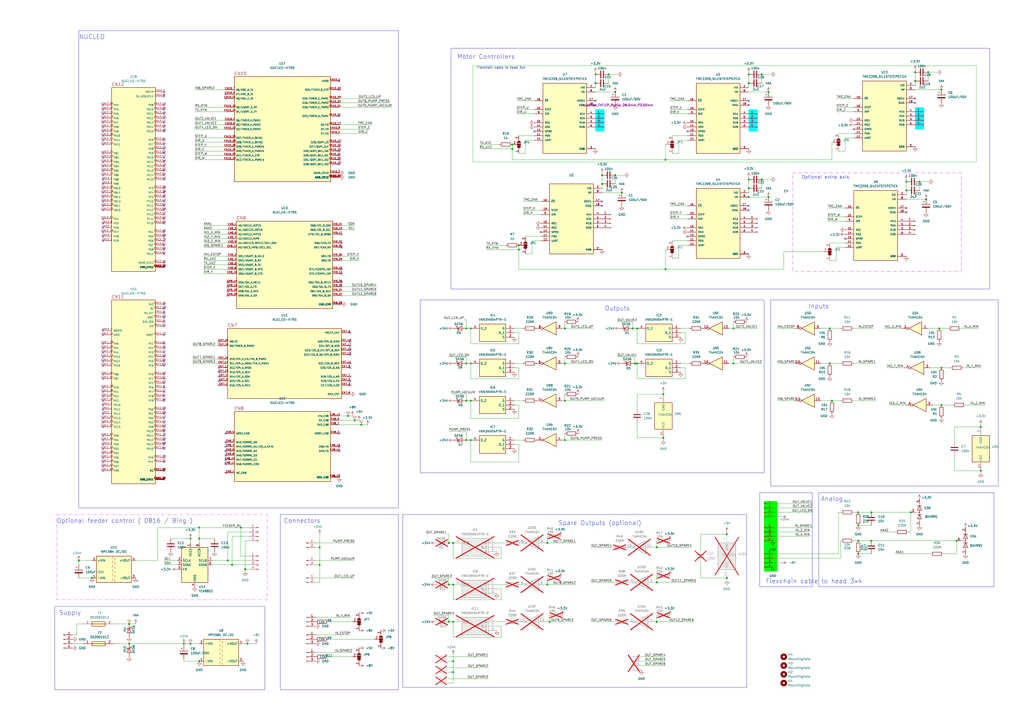
<source format=kicad_sch>
(kicad_sch (version 20231120) (generator "eeschema") (generator_version "8.0")
  (paper "A2")
  (junction (at 185.42 327.66))
  (junction (at 139.7 306.07))
  (junction (at 115.57 306.07))
  (junction (at 349.25 106.68))
  (junction (at 273.05 232.41))
  (junction (at 110.49 312.42))
  (junction (at 270.51 255.27))
  (junction (at 106.68 373.38))
  (junction (at 353.06 43.18))
  (junction (at 317.5 339.09))
  (junction (at 327.66 232.41))
  (junction (at 345.44 48.26))
  (junction (at 425.45 190.5))
  (junction (at 384.81 228.6))
  (junction (at 134.62 327.66))
  (junction (at 497.84 304.8))
  (junction (at 327.66 190.5))
  (junction (at 300.99 142.24))
  (junction (at 481.33 190.5))
  (junction (at 381 337.82))
  (junction (at 421.64 335.28))
  (junction (at 115.57 383.54))
  (junction (at 482.6 232.41))
  (junction (at 260.35 360.68))
  (junction (at 369.57 190.5))
  (junction (at 434.34 104.14))
  (junction (at 537.21 115.57))
  (junction (at 369.57 210.82))
  (junction (at 505.46 313.69))
  (junction (at 546.1 234.95))
  (junction (at 568.96 273.05))
  (junction (at 356.87 53.34))
  (junction (at 386.08 156.21))
  (junction (at 132.08 325.12))
  (junction (at 273.05 210.82))
  (junction (at 345.44 43.18))
  (junction (at 497.84 297.18))
  (junction (at 327.66 210.82))
  (junction (at 318.77 360.68))
  (junction (at 434.34 114.3))
  (junction (at 262.89 389.89))
  (junction (at 528.32 297.18))
  (junction (at 546.1 213.36))
  (junction (at 260.35 339.09))
  (junction (at 445.77 53.34))
  (junction (at 381 360.68))
  (junction (at 434.34 109.22))
  (junction (at 142.24 330.2))
  (junction (at 297.18 86.36))
  (junction (at 74.93 373.38))
  (junction (at 53.34 335.28))
  (junction (at 441.96 104.14))
  (junction (at 505.46 297.18))
  (junction (at 300.99 144.78))
  (junction (at 434.34 48.26))
  (junction (at 367.03 190.5))
  (junction (at 530.86 46.99))
  (junction (at 533.4 105.41))
  (junction (at 356.87 101.6))
  (junction (at 544.83 190.5))
  (junction (at 327.66 255.27))
  (junction (at 270.51 210.82))
  (junction (at 381 317.5))
  (junction (at 205.74 243.84))
  (junction (at 497.84 321.31))
  (junction (at 421.64 309.88))
  (junction (at 209.55 246.38))
  (junction (at 554.99 313.69))
  (junction (at 110.49 373.38))
  (junction (at 481.33 210.82))
  (junction (at 273.05 255.27))
  (junction (at 262.89 360.68))
  (junction (at 525.78 110.49))
  (junction (at 497.84 313.69))
  (junction (at 386.08 92.71))
  (junction (at 360.68 111.76))
  (junction (at 185.42 317.5))
  (junction (at 525.78 105.41))
  (junction (at 434.34 43.18))
  (junction (at 441.96 43.18))
  (junction (at 201.93 241.3))
  (junction (at 262.89 383.54))
  (junction (at 262.89 314.96))
  (junction (at 445.77 114.3))
  (junction (at 384.81 254))
  (junction (at 74.93 361.95))
  (junction (at 270.51 190.5))
  (junction (at 297.18 83.82))
  (junction (at 143.51 373.38))
  (junction (at 273.05 190.5))
  (junction (at 115.57 312.42))
  (junction (at 530.86 41.91))
  (junction (at 349.25 101.6))
  (junction (at 45.72 325.12))
  (junction (at 262.89 339.09))
  (junction (at 425.45 210.82))
  (junction (at 568.96 247.65))
  (junction (at 317.5 314.96))
  (junction (at 368.3 210.82))
  (junction (at 270.51 232.41))
  (junction (at 546.1 52.07))
  (junction (at 260.35 314.96))
  (junction (at 538.48 41.91))
  (no_connect (at 59.69 106.68))
  (no_connect (at 95.25 53.34))
  (no_connect (at 398.78 76.2))
  (no_connect (at 345.44 60.96))
  (no_connect (at 95.25 152.4))
  (no_connect (at 203.2 200.66))
  (no_connect (at 198.12 163.83))
  (no_connect (at 59.69 201.93))
  (no_connect (at 132.08 163.83))
  (no_connect (at 59.69 242.57))
  (no_connect (at 196.85 87.63))
  (no_connect (at 345.44 58.42))
  (no_connect (at 196.85 259.08))
  (no_connect (at 59.69 209.55))
  (no_connect (at 127 198.12))
  (no_connect (at 196.85 261.62))
  (no_connect (at 59.69 132.08))
  (no_connect (at 130.81 256.54))
  (no_connect (at 95.25 86.36))
  (no_connect (at 59.69 129.54))
  (no_connect (at 95.25 124.46))
  (no_connect (at 95.25 224.79))
  (no_connect (at 59.69 234.95))
  (no_connect (at 59.69 237.49))
  (no_connect (at 59.69 60.96))
  (no_connect (at 95.25 194.31))
  (no_connect (at 95.25 186.69))
  (no_connect (at 198.12 140.97))
  (no_connect (at 95.25 119.38))
  (no_connect (at 196.85 90.17))
  (no_connect (at 95.25 81.28))
  (no_connect (at 203.2 203.2))
  (no_connect (at 196.85 251.46))
  (no_connect (at 95.25 88.9))
  (no_connect (at 59.69 219.71))
  (no_connect (at 95.25 222.25))
  (no_connect (at 95.25 127))
  (no_connect (at 398.78 137.16))
  (no_connect (at 95.25 137.16))
  (no_connect (at 59.69 66.04))
  (no_connect (at 203.2 193.04))
  (no_connect (at 59.69 139.7))
  (no_connect (at 132.08 166.37))
  (no_connect (at 59.69 199.39))
  (no_connect (at 203.2 220.98))
  (no_connect (at 95.25 227.33))
  (no_connect (at 59.69 270.51))
  (no_connect (at 525.78 123.19))
  (no_connect (at 95.25 265.43))
  (no_connect (at 59.69 63.5))
  (no_connect (at 95.25 219.71))
  (no_connect (at 95.25 66.04))
  (no_connect (at 95.25 181.61))
  (no_connect (at 59.69 83.82))
  (no_connect (at 95.25 201.93))
  (no_connect (at 59.69 88.9))
  (no_connect (at 95.25 142.24))
  (no_connect (at 59.69 267.97))
  (no_connect (at 95.25 116.84))
  (no_connect (at 198.12 135.89))
  (no_connect (at 95.25 257.81))
  (no_connect (at 95.25 267.97))
  (no_connect (at 196.85 46.99))
  (no_connect (at 203.2 218.44))
  (no_connect (at 95.25 71.12))
  (no_connect (at 95.25 109.22))
  (no_connect (at 59.69 204.47))
  (no_connect (at 95.25 255.27))
  (no_connect (at 59.69 137.16))
  (no_connect (at 130.81 251.46))
  (no_connect (at 95.25 91.44))
  (no_connect (at 95.25 139.7))
  (no_connect (at 95.25 209.55))
  (no_connect (at 349.25 119.38))
  (no_connect (at 95.25 207.01))
  (no_connect (at 95.25 179.07))
  (no_connect (at 59.69 191.77))
  (no_connect (at 95.25 212.09))
  (no_connect (at 196.85 95.25))
  (no_connect (at 203.2 223.52))
  (no_connect (at 203.2 213.36))
  (no_connect (at 95.25 76.2))
  (no_connect (at 95.25 114.3))
  (no_connect (at 59.69 257.81))
  (no_connect (at 95.25 147.32))
  (no_connect (at 434.34 58.42))
  (no_connect (at 196.85 82.55))
  (no_connect (at 95.25 121.92))
  (no_connect (at 95.25 260.35))
  (no_connect (at 203.2 205.74))
  (no_connect (at 127 218.44))
  (no_connect (at 59.69 78.74))
  (no_connect (at 59.69 76.2))
  (no_connect (at 59.69 240.03))
  (no_connect (at 495.3 74.93))
  (no_connect (at 95.25 129.54))
  (no_connect (at 95.25 83.82))
  (no_connect (at 130.81 261.62))
  (no_connect (at 95.25 101.6))
  (no_connect (at 196.85 52.07))
  (no_connect (at 95.25 176.53))
  (no_connect (at 59.69 134.62))
  (no_connect (at 59.69 232.41))
  (no_connect (at 59.69 212.09))
  (no_connect (at 196.85 67.31))
  (no_connect (at 95.25 252.73))
  (no_connect (at 95.25 237.49))
  (no_connect (at 59.69 255.27))
  (no_connect (at 309.88 76.2))
  (no_connect (at 95.25 229.87))
  (no_connect (at 59.69 245.11))
  (no_connect (at 59.69 96.52))
  (no_connect (at 59.69 116.84))
  (no_connect (at 59.69 252.73))
  (no_connect (at 59.69 119.38))
  (no_connect (at 130.81 266.7))
  (no_connect (at 59.69 81.28))
  (no_connect (at 95.25 217.17))
  (no_connect (at 95.25 189.23))
  (no_connect (at 59.69 121.92))
  (no_connect (at 59.69 127))
  (no_connect (at 95.25 232.41))
  (no_connect (at 95.25 199.39))
  (no_connect (at 95.25 96.52))
  (no_connect (at 525.78 120.65))
  (no_connect (at 59.69 101.6))
  (no_connect (at 530.86 59.69))
  (no_connect (at 95.25 278.13))
  (no_connect (at 132.08 171.45))
  (no_connect (at 196.85 92.71))
  (no_connect (at 59.69 114.3))
  (no_connect (at 313.69 134.62))
  (no_connect (at 95.25 93.98))
  (no_connect (at 95.25 240.03))
  (no_connect (at 59.69 194.31))
  (no_connect (at 95.25 60.96))
  (no_connect (at 59.69 68.58))
  (no_connect (at 59.69 224.79))
  (no_connect (at 95.25 111.76))
  (no_connect (at 130.81 259.08))
  (no_connect (at 59.69 93.98))
  (no_connect (at 95.25 73.66))
  (no_connect (at 349.25 116.84))
  (no_connect (at 434.34 119.38))
  (no_connect (at 59.69 73.66))
  (no_connect (at 95.25 68.58))
  (no_connect (at 95.25 144.78))
  (no_connect (at 59.69 207.01))
  (no_connect (at 95.25 134.62))
  (no_connect (at 130.81 54.61))
  (no_connect (at 127 213.36))
  (no_connect (at 59.69 71.12))
  (no_connect (at 198.12 156.21))
  (no_connect (at 203.2 198.12))
  (no_connect (at 530.86 57.15))
  (no_connect (at 196.85 85.09))
  (no_connect (at 95.25 154.94))
  (no_connect (at 203.2 210.82))
  (no_connect (at 59.69 217.17))
  (no_connect (at 130.81 264.16))
  (no_connect (at 127 223.52))
  (no_connect (at 434.34 60.96))
  (no_connect (at 59.69 91.44))
  (no_connect (at 95.25 63.5))
  (no_connect (at 127 220.98))
  (no_connect (at 59.69 273.05))
  (no_connect (at 95.25 242.57))
  (no_connect (at 198.12 158.75))
  (no_connect (at 95.25 245.11))
  (no_connect (at 95.25 104.14))
  (no_connect (at 130.81 269.24))
  (no_connect (at 127 215.9))
  (no_connect (at 434.34 121.92))
  (no_connect (at 59.69 229.87))
  (no_connect (at 59.69 247.65))
  (no_connect (at 198.12 143.51))
  (no_connect (at 59.69 99.06))
  (no_connect (at 59.69 104.14))
  (no_connect (at 95.25 184.15))
  (no_connect (at 130.81 57.15))
  (no_connect (at 59.69 260.35))
  (no_connect (at 95.25 247.65))
  (no_connect (at 95.25 204.47))
  (no_connect (at 59.69 111.76))
  (no_connect (at 59.69 109.22))
  (no_connect (at 59.69 262.89))
  (no_connect (at 95.25 99.06))
  (no_connect (at 59.69 227.33))
  (no_connect (at 59.69 265.43))
  (no_connect (at 95.25 250.19))
  (no_connect (at 132.08 168.91))
  (no_connect (at 490.22 138.43))
  (no_connect (at 95.25 55.88))
  (wire (pts (xy 115.57 312.42) (xy 115.57 314.96)))
  (wire (pts (xy 369.57 219.71) (xy 369.57 210.82)))
  (wire (pts (xy 99.06 312.42) (xy 110.49 312.42)))
  (wire (pts (xy 251.46 356.87) (xy 260.35 356.87)))
  (wire (pts (xy 345.44 41.91) (xy 345.44 43.18)))
  (wire (pts (xy 530.86 41.91) (xy 530.86 46.99)))
  (wire (pts (xy 568.96 247.65) (xy 553.72 247.65)))
  (wire (pts (xy 300.99 234.95) (xy 300.99 242.57)))
  (wire (pts (xy 553.72 247.65) (xy 553.72 256.54)))
  (wire (pts (xy 298.45 232.41) (xy 303.53 232.41)))
  (wire (pts (xy 345.44 43.18) (xy 345.44 48.26)))
  (wire (pts (xy 434.34 102.87) (xy 434.34 104.14)))
  (wire (pts (xy 196.85 241.3) (xy 201.93 241.3)))
  (wire (pts (xy 513.08 190.5) (xy 523.24 190.5)))
  (wire (pts (xy 448.31 308.61) (xy 469.9 308.61)))
  (wire (pts (xy 260.35 207.01) (xy 270.51 207.01)))
  (wire (pts (xy 394.97 190.5) (xy 400.05 190.5)))
  (wire (pts (xy 434.34 104.14) (xy 434.34 109.22)))
  (wire (pts (xy 454.66 146.05) (xy 454.66 156.21)))
  (wire (pts (xy 406.4 335.28) (xy 406.4 326.39)))
  (wire (pts (xy 515.62 234.95) (xy 525.78 234.95)))
  (wire (pts (xy 182.88 314.96) (xy 205.74 314.96)))
  (wire (pts (xy 270.51 190.5) (xy 273.05 190.5)))
  (wire (pts (xy 132.08 325.12) (xy 144.78 325.12)))
  (wire (pts (xy 300.99 257.81) (xy 300.99 267.97)))
  (wire (pts (xy 384.81 227.33) (xy 384.81 228.6)))
  (wire (pts (xy 139.7 322.58) (xy 139.7 306.07)))
  (wire (pts (xy 111.76 210.82) (xy 127 210.82)))
  (wire (pts (xy 342.9 317.5) (xy 355.6 317.5)))
  (wire (pts (xy 505.46 313.69) (xy 554.99 313.69)))
  (wire (pts (xy 386.08 92.71) (xy 482.6 92.71)))
  (wire (pts (xy 113.03 87.63) (xy 130.81 87.63)))
  (wire (pts (xy 113.03 74.93) (xy 130.81 74.93)))
  (wire (pts (xy 123.19 325.12) (xy 132.08 325.12)))
  (wire (pts (xy 45.72 335.28) (xy 53.34 335.28)))
  (wire (pts (xy 260.35 389.89) (xy 262.89 389.89)))
  (wire (pts (xy 118.11 151.13) (xy 132.08 151.13)))
  (wire (pts (xy 381 334.01) (xy 381 337.82)))
  (wire (pts (xy 299.72 58.42) (xy 309.88 58.42)))
  (wire (pts (xy 388.62 127) (xy 398.78 127)))
  (wire (pts (xy 118.11 138.43) (xy 132.08 138.43)))
  (wire (pts (xy 270.51 210.82) (xy 270.51 207.01)))
  (wire (pts (xy 208.28 151.13) (xy 198.12 151.13)))
  (wire (pts (xy 386.08 383.54) (xy 372.11 383.54)))
  (wire (pts (xy 441.96 43.18) (xy 441.96 48.26)))
  (wire (pts (xy 397.51 219.71) (xy 369.57 219.71)))
  (wire (pts (xy 281.94 142.24) (xy 293.37 142.24)))
  (wire (pts (xy 486.41 77.47) (xy 495.3 77.47)))
  (wire (pts (xy 262.89 396.24) (xy 260.35 396.24)))
  (wire (pts (xy 303.53 116.84) (xy 313.69 116.84)))
  (wire (pts (xy 388.62 58.42) (xy 398.78 58.42)))
  (wire (pts (xy 486.41 87.63) (xy 490.22 87.63)))
  (wire (pts (xy 196.85 62.23) (xy 227.33 62.23)))
  (wire (pts (xy 327.66 251.46) (xy 327.66 255.27)))
  (wire (pts (xy 386.08 156.21) (xy 300.99 156.21)))
  (wire (pts (xy 297.18 86.36) (xy 297.18 83.82)))
  (wire (pts (xy 448.31 297.18) (xy 471.17 297.18)))
  (wire (pts (xy 66.04 373.38) (xy 74.93 373.38)))
  (wire (pts (xy 300.99 193.04) (xy 300.99 199.39)))
  (wire (pts (xy 393.7 142.24) (xy 398.78 142.24)))
  (wire (pts (xy 118.11 148.59) (xy 132.08 148.59)))
  (wire (pts (xy 270.51 255.27) (xy 273.05 255.27)))
  (wire (pts (xy 356.87 101.6) (xy 356.87 106.68)))
  (wire (pts (xy 394.97 213.36) (xy 397.51 213.36)))
  (wire (pts (xy 349.25 100.33) (xy 349.25 101.6)))
  (wire (pts (xy 326.39 255.27) (xy 327.66 255.27)))
  (wire (pts (xy 388.62 119.38) (xy 398.78 119.38)))
  (wire (pts (xy 142.24 313.69) (xy 142.24 330.2)))
  (wire (pts (xy 300.99 199.39) (xy 273.05 199.39)))
  (wire (pts (xy 349.25 111.76) (xy 360.68 111.76)))
  (wire (pts (xy 262.89 347.98) (xy 262.89 339.09)))
  (wire (pts (xy 525.78 105.41) (xy 525.78 110.49)))
  (wire (pts (xy 528.32 308.61) (xy 527.05 308.61)))
  (wire (pts (xy 190.5 360.68) (xy 204.47 360.68)))
  (wire (pts (xy 448.31 299.72) (xy 453.39 299.72)))
  (wire (pts (xy 106.68 373.38) (xy 106.68 374.65)))
  (wire (pts (xy 558.8 213.36) (xy 568.96 213.36)))
  (wire (pts (xy 327.66 207.01) (xy 327.66 210.82)))
  (wire (pts (xy 421.64 309.88) (xy 406.4 309.88)))
  (wire (pts (xy 304.8 137.16) (xy 313.69 137.16)))
  (wire (pts (xy 425.45 186.69) (xy 425.45 190.5)))
  (wire (pts (xy 554.99 313.69) (xy 554.99 321.31)))
  (wire (pts (xy 74.93 361.95) (xy 78.74 361.95)))
  (wire (pts (xy 482.6 82.55) (xy 482.6 92.71)))
  (wire (pts (xy 118.11 140.97) (xy 132.08 140.97)))
  (wire (pts (xy 182.88 327.66) (xy 185.42 327.66)))
  (wire (pts (xy 300.99 267.97) (xy 273.05 267.97)))
  (wire (pts (xy 480.06 120.65) (xy 490.22 120.65)))
  (wire (pts (xy 425.45 210.82) (xy 441.96 210.82)))
  (wire (pts (xy 44.45 368.3) (xy 41.91 368.3)))
  (wire (pts (xy 260.35 339.09) (xy 260.35 335.28)))
  (wire (pts (xy 538.48 41.91) (xy 543.56 41.91)))
  (wire (pts (xy 434.34 53.34) (xy 445.77 53.34)))
  (wire (pts (xy 495.3 313.69) (xy 497.84 313.69)))
  (wire (pts (xy 381 360.68) (xy 402.59 360.68)))
  (wire (pts (xy 66.04 361.95) (xy 74.93 361.95)))
  (wire (pts (xy 250.19 335.28) (xy 260.35 335.28)))
  (wire (pts (xy 91.44 325.12) (xy 91.44 306.07)))
  (wire (pts (xy 546.1 234.95) (xy 552.45 234.95)))
  (wire (pts (xy 519.43 308.61) (xy 510.54 308.61)))
  (wire (pts (xy 270.51 250.19) (xy 270.51 255.27)))
  (wire (pts (xy 486.41 297.18) (xy 486.41 321.31)))
  (wire (pts (xy 525.78 115.57) (xy 537.21 115.57)))
  (wire (pts (xy 110.49 373.38) (xy 115.57 373.38)))
  (wire (pts (xy 369.57 199.39) (xy 369.57 190.5)))
  (wire (pts (xy 144.78 322.58) (xy 139.7 322.58)))
  (wire (pts (xy 557.53 190.5) (xy 567.69 190.5)))
  (wire (pts (xy 182.88 378.46) (xy 204.47 378.46)))
  (wire (pts (xy 448.31 311.15) (xy 469.9 311.15)))
  (wire (pts (xy 198.12 166.37) (xy 218.44 166.37)))
  (wire (pts (xy 196.85 243.84) (xy 205.74 243.84)))
  (wire (pts (xy 358.14 207.01) (xy 368.3 207.01)))
  (wire (pts (xy 290.83 369.57) (xy 262.89 369.57)))
  (wire (pts (xy 300.99 78.74) (xy 309.88 78.74)))
  (wire (pts (xy 546.1 213.36) (xy 551.18 213.36)))
  (wire (pts (xy 487.68 323.85) (xy 448.31 323.85)))
  (wire (pts (xy 327.66 186.69) (xy 327.66 190.5)))
  (wire (pts (xy 259.08 309.88) (xy 260.35 309.88)))
  (wire (pts (xy 300.99 219.71) (xy 273.05 219.71)))
  (wire (pts (xy 290.83 341.63) (xy 290.83 347.98)))
  (wire (pts (xy 450.85 232.41) (xy 461.01 232.41)))
  (wire (pts (xy 349.25 101.6) (xy 349.25 106.68)))
  (wire (pts (xy 487.68 232.41) (xy 482.6 232.41)))
  (wire (pts (xy 45.72 327.66) (xy 45.72 325.12)))
  (wire (pts (xy 309.88 81.28) (xy 304.8 81.28)))
  (wire (pts (xy 389.89 78.74) (xy 398.78 78.74)))
  (wire (pts (xy 78.74 325.12) (xy 91.44 325.12)))
  (wire (pts (xy 288.29 363.22) (xy 290.83 363.22)))
  (wire (pts (xy 308.61 139.7) (xy 313.69 139.7)))
  (wire (pts (xy 290.83 347.98) (xy 262.89 347.98)))
  (wire (pts (xy 288.29 314.96) (xy 293.37 314.96)))
  (wire (pts (xy 297.18 92.71) (xy 386.08 92.71)))
  (wire (pts (xy 182.88 335.28) (xy 205.74 335.28)))
  (wire (pts (xy 288.29 341.63) (xy 290.83 341.63)))
  (wire (pts (xy 270.51 185.42) (xy 270.51 190.5)))
  (wire (pts (xy 528.32 297.18) (xy 528.32 308.61)))
  (wire (pts (xy 260.35 314.96) (xy 262.89 314.96)))
  (wire (pts (xy 111.76 200.66) (xy 127 200.66)))
  (wire (pts (xy 434.34 48.26) (xy 434.34 50.8)))
  (wire (pts (xy 425.45 190.5) (xy 439.42 190.5)))
  (wire (pts (xy 260.35 360.68) (xy 262.89 360.68)))
  (wire (pts (xy 300.99 156.21) (xy 300.99 144.78)))
  (wire (pts (xy 74.93 373.38) (xy 106.68 373.38)))
  (wire (pts (xy 298.45 257.81) (xy 300.99 257.81)))
  (wire (pts (xy 497.84 313.69) (xy 505.46 313.69)))
  (wire (pts (xy 454.66 156.21) (xy 386.08 156.21)))
  (wire (pts (xy 123.19 327.66) (xy 134.62 327.66)))
  (wire (pts (xy 316.23 339.09) (xy 317.5 339.09)))
  (wire (pts (xy 299.72 66.04) (xy 309.88 66.04)))
  (wire (pts (xy 139.7 306.07) (xy 144.78 306.07)))
  (wire (pts (xy 270.51 210.82) (xy 273.05 210.82)))
  (wire (pts (xy 422.91 210.82) (xy 425.45 210.82)))
  (wire (pts (xy 288.29 317.5) (xy 290.83 317.5)))
  (wire (pts (xy 386.08 381) (xy 372.11 381)))
  (wire (pts (xy 196.85 59.69) (xy 226.06 59.69)))
  (wire (pts (xy 384.81 254) (xy 369.57 254)))
  (wire (pts (xy 448.31 326.39) (xy 453.39 326.39)))
  (wire (pts (xy 369.57 228.6) (xy 369.57 237.49)))
  (wire (pts (xy 290.83 323.85) (xy 262.89 323.85)))
  (wire (pts (xy 476.25 210.82) (xy 481.33 210.82)))
  (wire (pts (xy 448.31 306.07) (xy 471.17 306.07)))
  (wire (pts (xy 434.34 114.3) (xy 445.77 114.3)))
  (wire (pts (xy 393.7 81.28) (xy 393.7 88.9)))
  (wire (pts (xy 273.05 255.27) (xy 273.05 267.97)))
  (wire (pts (xy 118.11 153.67) (xy 132.08 153.67)))
  (wire (pts (xy 342.9 360.68) (xy 356.87 360.68)))
  (wire (pts (xy 298.45 210.82) (xy 303.53 210.82)))
  (wire (pts (xy 397.51 193.04) (xy 397.51 199.39)))
  (wire (pts (xy 144.78 313.69) (xy 142.24 313.69)))
  (wire (pts (xy 568.96 246.38) (xy 568.96 247.65)))
  (wire (pts (xy 434.34 41.91) (xy 434.34 43.18)))
  (wire (pts (xy 378.46 317.5) (xy 381 317.5)))
  (wire (pts (xy 389.89 139.7) (xy 398.78 139.7)))
  (wire (pts (xy 45.72 325.12) (xy 53.34 325.12)))
  (wire (pts (xy 115.57 312.42) (xy 115.57 306.07)))
  (wire (pts (xy 303.53 121.92) (xy 313.69 121.92)))
  (wire (pts (xy 327.66 232.41) (xy 350.52 232.41)))
  (wire (pts (xy 384.81 228.6) (xy 369.57 228.6)))
  (wire (pts (xy 505.46 297.18) (xy 528.32 297.18)))
  (wire (pts (xy 278.13 86.36) (xy 297.18 86.36)))
  (wire (pts (xy 300.99 213.36) (xy 300.99 219.71)))
  (wire (pts (xy 144.78 330.2) (xy 142.24 330.2)))
  (wire (pts (xy 384.81 254) (xy 384.81 255.27)))
  (wire (pts (xy 326.39 232.41) (xy 327.66 232.41)))
  (wire (pts (xy 406.4 309.88) (xy 406.4 318.77)))
  (wire (pts (xy 388.62 63.5) (xy 398.78 63.5)))
  (wire (pts (xy 368.3 207.01) (xy 368.3 210.82)))
  (wire (pts (xy 539.75 213.36) (xy 546.1 213.36)))
  (wire (pts (xy 318.77 360.68) (xy 332.74 360.68)))
  (wire (pts (xy 349.25 106.68) (xy 349.25 109.22)))
  (wire (pts (xy 110.49 312.42) (xy 110.49 314.96)))
  (wire (pts (xy 393.7 142.24) (xy 393.7 149.86)))
  (wire (pts (xy 185.42 317.5) (xy 185.42 327.66)))
  (wire (pts (xy 260.35 393.7) (xy 283.21 393.7)))
  (wire (pts (xy 480.06 128.27) (xy 490.22 128.27)))
  (wire (pts (xy 497.84 297.18) (xy 505.46 297.18)))
  (wire (pts (xy 118.11 133.35) (xy 132.08 133.35)))
  (wire (pts (xy 379.73 337.82) (xy 381 337.82)))
  (wire (pts (xy 450.85 190.5) (xy 461.01 190.5)))
  (wire (pts (xy 356.87 101.6) (xy 361.95 101.6)))
  (wire (pts (xy 389.89 88.9) (xy 393.7 88.9)))
  (wire (pts (xy 113.03 52.07) (xy 130.81 52.07)))
  (wire (pts (xy 381 317.5) (xy 401.32 317.5)))
  (wire (pts (xy 118.11 158.75) (xy 132.08 158.75)))
  (wire (pts (xy 270.51 232.41) (xy 273.05 232.41)))
  (wire (pts (xy 44.45 361.95) (xy 48.26 361.95)))
  (wire (pts (xy 497.84 321.31) (xy 505.46 321.31)))
  (wire (pts (xy 190.5 381) (xy 204.47 381)))
  (wire (pts (xy 196.85 246.38) (xy 209.55 246.38)))
  (wire (pts (xy 326.39 210.82) (xy 327.66 210.82)))
  (wire (pts (xy 560.07 234.95) (xy 571.5 234.95)))
  (wire (pts (xy 397.51 199.39) (xy 369.57 199.39)))
  (wire (pts (xy 215.9 72.39) (xy 196.85 72.39)))
  (wire (pts (xy 369.57 254) (xy 369.57 245.11)))
  (wire (pts (xy 278.13 83.82) (xy 289.56 83.82)))
  (wire (pts (xy 132.08 325.12) (xy 132.08 308.61)))
  (wire (pts (xy 495.3 297.18) (xy 497.84 297.18)))
  (wire (pts (xy 201.93 241.3) (xy 204.47 241.3)))
  (wire (pts (xy 525.78 104.14) (xy 525.78 105.41)))
  (wire (pts (xy 448.31 294.64) (xy 471.17 294.64)))
  (wire (pts (xy 298.45 255.27) (xy 303.53 255.27)))
  (wire (pts (xy 317.5 335.28) (xy 317.5 339.09)))
  (wire (pts (xy 288.29 360.68) (xy 293.37 360.68)))
  (wire (pts (xy 327.66 210.82) (xy 344.17 210.82)))
  (wire (pts (xy 533.4 105.41) (xy 538.48 105.41)))
  (wire (pts (xy 490.22 80.01) (xy 490.22 87.63)))
  (wire (pts (xy 430.53 114.3) (xy 434.34 114.3)))
  (wire (pts (xy 118.11 156.21) (xy 132.08 156.21)))
  (wire (pts (xy 495.3 210.82) (xy 508 210.82)))
  (wire (pts (xy 113.03 80.01) (xy 130.81 80.01)))
  (wire (pts (xy 316.23 314.96) (xy 317.5 314.96)))
  (wire (pts (xy 490.22 80.01) (xy 495.3 80.01)))
  (wire (pts (xy 379.73 360.68) (xy 381 360.68)))
  (wire (pts (xy 368.3 210.82) (xy 369.57 210.82)))
  (wire (pts (xy 299.72 63.5) (xy 309.88 63.5)))
  (wire (pts (xy 297.18 86.36) (xy 297.18 92.71)))
  (wire (pts (xy 260.35 356.87) (xy 260.35 360.68)))
  (wire (pts (xy 422.91 190.5) (xy 425.45 190.5)))
  (wire (pts (xy 106.68 383.54) (xy 106.68 382.27)))
  (wire (pts (xy 260.35 383.54) (xy 262.89 383.54)))
  (wire (pts (xy 421.64 335.28) (xy 406.4 335.28)))
  (wire (pts (xy 113.03 92.71) (xy 130.81 92.71)))
  (wire (pts (xy 303.53 124.46) (xy 313.69 124.46)))
  (wire (pts (xy 425.45 207.01) (xy 425.45 210.82)))
  (wire (pts (xy 317.5 314.96) (xy 334.01 314.96)))
  (wire (pts (xy 185.42 327.66) (xy 185.42 337.82)))
  (wire (pts (xy 519.43 321.31) (xy 539.75 321.31)))
  (wire (pts (xy 290.83 363.22) (xy 290.83 369.57)))
  (wire (pts (xy 111.76 208.28) (xy 127 208.28)))
  (wire (pts (xy 388.62 124.46) (xy 398.78 124.46)))
  (wire (pts (xy 345.44 48.26) (xy 345.44 50.8)))
  (wire (pts (xy 421.64 308.61) (xy 421.64 309.88)))
  (wire (pts (xy 486.41 321.31) (xy 448.31 321.31)))
  (wire (pts (xy 262.89 323.85) (xy 262.89 314.96)))
  (wire (pts (xy 485.14 143.51) (xy 485.14 151.13)))
  (wire (pts (xy 44.45 361.95) (xy 44.45 368.3)))
  (wire (pts (xy 185.42 337.82) (xy 182.88 337.82)))
  (wire (pts (xy 353.06 43.18) (xy 353.06 48.26)))
  (wire (pts (xy 134.62 311.15) (xy 144.78 311.15)))
  (wire (pts (xy 290.83 317.5) (xy 290.83 323.85)))
  (wire (pts (xy 345.44 53.34) (xy 356.87 53.34)))
  (wire (pts (xy 134.62 327.66) (xy 144.78 327.66)))
  (wire (pts (xy 450.85 210.82) (xy 461.01 210.82)))
  (wire (pts (xy 495.3 190.5) (xy 506.73 190.5)))
  (wire (pts (xy 118.11 130.81) (xy 132.08 130.81)))
  (wire (pts (xy 441.96 104.14) (xy 441.96 109.22)))
  (wire (pts (xy 326.39 190.5) (xy 327.66 190.5)))
  (wire (pts (xy 481.33 140.97) (xy 490.22 140.97)))
  (wire (pts (xy 441.96 104.14) (xy 447.04 104.14)))
  (wire (pts (xy 113.03 90.17) (xy 130.81 90.17)))
  (wire (pts (xy 118.11 135.89) (xy 132.08 135.89)))
  (wire (pts (xy 441.96 43.18) (xy 447.04 43.18)))
  (wire (pts (xy 300.99 88.9) (xy 304.8 88.9)))
  (wire (pts (xy 318.77 356.87) (xy 318.77 360.68)))
  (wire (pts (xy 143.51 373.38) (xy 148.59 373.38)))
  (wire (pts (xy 281.94 144.78) (xy 300.99 144.78)))
  (wire (pts (xy 495.3 232.41) (xy 508 232.41)))
  (wire (pts (xy 485.14 64.77) (xy 495.3 64.77)))
  (wire (pts (xy 448.31 292.1) (xy 471.17 292.1)))
  (wire (pts (xy 298.45 193.04) (xy 300.99 193.04)))
  (wire (pts (xy 487.68 313.69) (xy 487.68 323.85)))
  (wire (pts (xy 389.89 149.86) (xy 393.7 149.86)))
  (wire (pts (xy 367.03 186.69) (xy 367.03 190.5)))
  (wire (pts (xy 367.03 190.5) (xy 369.57 190.5)))
  (wire (pts (xy 298.45 190.5) (xy 303.53 190.5)))
  (wire (pts (xy 113.03 64.77) (xy 130.81 64.77)))
  (wire (pts (xy 113.03 62.23) (xy 130.81 62.23)))
  (wire (pts (xy 185.42 309.88) (xy 185.42 317.5)))
  (wire (pts (xy 95.25 325.12) (xy 102.87 325.12)))
  (wire (pts (xy 41.91 373.38) (xy 48.26 373.38)))
  (wire (pts (xy 262.89 379.73) (xy 262.89 383.54)))
  (wire (pts (xy 205.74 130.81) (xy 198.12 130.81)))
  (wire (pts (xy 421.64 335.28) (xy 421.64 336.55)))
  (wire (pts (xy 480.06 125.73) (xy 490.22 125.73)))
  (wire (pts (xy 538.48 41.91) (xy 538.48 46.99)))
  (wire (pts (xy 568.96 273.05) (xy 553.72 273.05)))
  (wire (pts (xy 327.66 190.5) (xy 344.17 190.5)))
  (wire (pts (xy 525.78 110.49) (xy 525.78 113.03)))
  (wire (pts (xy 530.86 40.64) (xy 530.86 41.91)))
  (wire (pts (xy 115.57 306.07) (xy 139.7 306.07)))
  (wire (pts (xy 381 337.82) (xy 403.86 337.82)))
  (wire (pts (xy 547.37 321.31) (xy 554.99 321.31)))
  (wire (pts (xy 270.51 228.6) (xy 270.51 232.41)))
  (wire (pts (xy 490.22 143.51) (xy 485.14 143.51)))
  (wire (pts (xy 553.72 273.05) (xy 553.72 264.16)))
  (wire (pts (xy 260.35 387.35) (xy 283.21 387.35)))
  (wire (pts (xy 476.25 190.5) (xy 481.33 190.5)))
  (wire (pts (xy 140.97 373.38) (xy 143.51 373.38)))
  (wire (pts (xy 476.25 232.41) (xy 482.6 232.41)))
  (wire (pts (xy 95.25 327.66) (xy 102.87 327.66)))
  (wire (pts (xy 394.97 193.04) (xy 397.51 193.04)))
  (wire (pts (xy 132.08 308.61) (xy 144.78 308.61)))
  (wire (pts (xy 317.5 339.09) (xy 334.01 339.09)))
  (wire (pts (xy 317.5 311.15) (xy 317.5 314.96)))
  (wire (pts (xy 434.34 43.18) (xy 434.34 48.26)))
  (wire (pts (xy 533.4 105.41) (xy 533.4 110.49)))
  (wire (pts (xy 273.05 199.39) (xy 273.05 190.5)))
  (wire (pts (xy 486.41 297.18) (xy 487.68 297.18)))
  (wire (pts (xy 182.88 317.5) (xy 185.42 317.5)))
  (wire (pts (xy 198.12 168.91) (xy 218.44 168.91)))
  (wire (pts (xy 113.03 69.85) (xy 130.81 69.85)))
  (wire (pts (xy 208.28 148.59) (xy 198.12 148.59)))
  (wire (pts (xy 113.03 85.09) (xy 130.81 85.09)))
  (wire (pts (xy 113.03 72.39) (xy 130.81 72.39)))
  (wire (pts (xy 514.35 213.36) (xy 524.51 213.36)))
  (wire (pts (xy 273.05 219.71) (xy 273.05 210.82)))
  (wire (pts (xy 134.62 327.66) (xy 134.62 311.15)))
  (wire (pts (xy 530.86 46.99) (xy 530.86 49.53)))
  (wire (pts (xy 269.24 185.42) (xy 270.51 185.42)))
  (wire (pts (xy 196.85 77.47) (xy 213.36 77.47)))
  (wire (pts (xy 398.78 81.28) (xy 393.7 81.28)))
  (wire (pts (xy 327.66 228.6) (xy 327.66 232.41)))
  (wire (pts (xy 481.33 151.13) (xy 485.14 151.13)))
  (wire (pts (xy 205.74 133.35) (xy 198.12 133.35)))
  (wire (pts (xy 481.33 190.5) (xy 487.68 190.5)))
  (wire (pts (xy 182.88 325.12) (xy 205.74 325.12)))
  (wire (pts (xy 304.8 81.28) (xy 304.8 88.9)))
  (wire (pts (xy 541.02 234.95) (xy 546.1 234.95)))
  (wire (pts (xy 196.85 57.15) (xy 220.98 57.15)))
  (wire (pts (xy 304.8 147.32) (xy 308.61 147.32)))
  (wire (pts (xy 300.99 242.57) (xy 273.05 242.57)))
  (wire (pts (xy 262.89 383.54) (xy 262.89 389.89)))
  (wire (pts (xy 388.62 66.04) (xy 398.78 66.04)))
  (wire (pts (xy 118.11 143.51) (xy 132.08 143.51)))
  (wire (pts (xy 477.52 146.05) (xy 454.66 146.05)))
  (wire (pts (xy 298.45 213.36) (xy 300.99 213.36)))
  (wire (pts (xy 481.33 210.82) (xy 487.68 210.82)))
  (wire (pts (xy 327.66 255.27) (xy 349.25 255.27)))
  (wire (pts (xy 262.89 389.89) (xy 262.89 396.24)))
  (wire (pts (xy 113.03 82.55) (xy 130.81 82.55)))
  (wire (pts (xy 209.55 246.38) (xy 213.36 246.38)))
  (wire (pts (xy 544.83 190.5) (xy 549.91 190.5)))
  (wire (pts (xy 182.88 358.14) (xy 203.2 358.14)))
  (wire (pts (xy 198.12 171.45) (xy 218.44 171.45)))
  (wire (pts (xy 273.05 242.57) (xy 273.05 232.41)))
  (wire (pts (xy 142.24 330.2) (xy 142.24 331.47)))
  (wire (pts (xy 260.35 309.88) (xy 260.35 314.96)))
  (wire (pts (xy 308.61 139.7) (xy 308.61 147.32)))
  (wire (pts (xy 381 313.69) (xy 381 317.5)))
  (wire (pts (xy 568.96 273.05) (xy 568.96 274.32)))
  (wire (pts (xy 190.5 370.84) (xy 217.17 370.84)))
  (wire (pts (xy 300.99 144.78) (xy 300.99 142.24)))
  (wire (pts (xy 538.48 190.5) (xy 544.83 190.5)))
  (wire (pts (xy 316.23 360.68) (xy 318.77 360.68)))
  (wire (pts (xy 196.85 74.93) (xy 214.63 74.93)))
  (wire (pts (xy 115.57 383.54) (xy 106.68 383.54)))
  (wire (pts (xy 260.35 339.09) (xy 262.89 339.09)))
  (wire (pts (xy 288.29 339.09) (xy 293.37 339.09)))
  (wire (pts (xy 262.89 369.57) (xy 262.89 360.68)))
  (wire (pts (xy 386.08 144.78) (xy 386.08 156.21)))
  (wire (pts (xy 530.86 52.07) (xy 546.1 52.07)))
  (wire (pts (xy 381 356.87) (xy 381 360.68)))
  (wire (pts (xy 298.45 234.95) (xy 300.99 234.95)))
  (wire (pts (xy 394.97 210.82) (xy 400.05 210.82)))
  (wire (pts (xy 115.57 312.42) (xy 124.46 312.42)))
  (wire (pts (xy 353.06 43.18) (xy 358.14 43.18)))
  (wire (pts (xy 182.88 368.3) (xy 203.2 368.3)))
  (wire (pts (xy 485.14 62.23) (xy 495.3 62.23)))
  (wire (pts (xy 358.14 186.69) (xy 367.03 186.69)))
  (wire (pts (xy 386.08 83.82) (xy 386.08 92.71)))
  (wire (pts (xy 434.34 109.22) (xy 434.34 111.76)))
  (wire (pts (xy 386.08 386.08) (xy 372.11 386.08)))
  (wire (pts (xy 91.44 306.07) (xy 115.57 306.07)))
  (wire (pts (xy 260.35 381) (xy 283.21 381)))
  (wire (pts (xy 342.9 337.82) (xy 356.87 337.82)))
  (wire (pts (xy 497.84 304.8) (xy 505.46 304.8)))
  (wire (pts (xy 485.14 57.15) (xy 495.3 57.15)))
  (wire (pts (xy 106.68 373.38) (xy 110.49 373.38)))
  (wire (pts (xy 261.62 228.6) (xy 270.51 228.6)))
  (wire (pts (xy 397.51 213.36) (xy 397.51 219.71)))
  (wire (pts (xy 205.74 243.84) (xy 208.28 243.84)))
  (wire (pts (xy 260.35 250.19) (xy 270.51 250.19)))
  (rectangle (start 45.72 17.78) (end 231.14 294.64))
  (rectangle (start 261.62 27.94) (end 574.04 167.64))
  (rectangle (start 459.74 100.33) (end 557.53 157.48) (stroke (width 0.1524) (type dash_dot_dot) (color 194 0 194 1)))
  (rectangle (start 434.34 63.5) (end 439.42 76.2) (stroke (width 0) (color 0 255 255 1)) (fill (type color) (color 0 255 255 1)))
  (rectangle (start 440.69 285.75) (end 471.17 340.36) (stroke (width 0.1524) (color 0 0 255 1)))
  (rectangle (start 31.75 351.79) (end 153.67 400.05))
  (rectangle (start 233.68 298.45) (end 433.07 398.78))
  (rectangle (start 447.04 173.99) (end 579.12 281.94))
  (rectangle (start 243.84 173.99) (end 443.23 274.32))
  (rectangle (start 530.86 62.23) (end 535.94 74.93) (stroke (width 0) (color 0 255 255 1)) (fill (type color) (color 0 255 255 1)))
  (rectangle (start 474.98 285.75) (end 576.58 340.36))
  (rectangle (start 274.32 38.1) (end 566.42 93.98) (stroke (width 0.1524) (color 0 194 0 1)))
  (rectangle (start 162.56 298.45) (end 231.14 400.05))
  (rectangle (start 345.44 63.5) (end 350.52 76.2) (stroke (width 0) (color 0 255 255 1)) (fill (type color) (color 0 255 255 1)))
  (rectangle (start 33.02 298.45) (end 154.94 347.98) (stroke (width 0.1524) (type dash_dot_dot) (color 255 0 255 1)))
  (rectangle (start 443.23 290.83) (end 450.85 331.47) (stroke (width 0) (color 0 255 0 1)) (fill (type color) (color 0 255 0 1)))
  (text "Optional extra axis" (at 478.79 102.87 0) (effects (font (size 1.905 1.905))))
  (text "Motor Controllers" (at 281.94 33.02 0) (effects (font (size 2.54 2.54))))
  (text "Analog" (at 482.6 289.56 0) (effects (font (size 2.54 2.54))))
  (text "Optional feeder control ( 0816 / Bing )" (at 72.39 302.26 0) (effects (font (size 2.54 2.54))))
  (text "Inputs" (at 474.98 177.8 0) (effects (font (size 2.54 2.54))))
  (text "NUCLEO" (at 53.34 21.59 0) (effects (font (size 2.54 2.54))))
  (text "Outputs" (at 358.14 179.07 0) (effects (font (size 2.54 2.54))))
  (text "Flexchain cable to head 3x4" (at 290.83 39.37 0) (effects (font (size 1.27 1.27))))
  (text "Supply" (at 40.64 355.6 0) (effects (font (size 2.54 2.54))))
  (text "Connectors" (at 175.26 302.26 0) (effects (font (size 2.54 2.54))))
  (text "Spare Outputs (optional)" (at 347.98 303.53 0) (effects (font (size 2.54 2.54))))
  (text "Flexchain cable to head 3x4" (at 472.186 337.312 0) (effects (font (size 2.54 2.54))))
  (label "OUT10_SPARE4" (at 401.32 317.5 180))
  (label "STEP_Z" (at 214.63 74.93 180))
  (label "OUT_SPARE6" (at 342.9 360.68 0))
  (label "DIR_Z" (at 485.14 64.77 0))
  (label "OUT7_SPARE1" (at 334.01 314.96 180))
  (label "OUT2_VALVE1" (at 439.42 190.5 180))
  (label "DIR_X" (at 303.53 124.46 0))
  (label "STEP_Y" (at 388.62 124.46 0))
  (label "STEP_U" (at 299.72 63.5 0))
  (label "DIR_X" (at 208.28 151.13 180))
  (label "IN_Z_MIN" (at 571.5 234.95 180))
  (label "OUT5_PUMP_VACUUM" (at 350.52 232.41 180))
  (label "OUT12_SPARE6" (at 402.59 360.68 180))
  (label "IN_SPARE1" (at 508 210.82 180))
  (label "IN_X_MIN" (at 469.9 311.15 180))
  (label "OUT_SPARE3" (at 251.46 356.87 0))
  (label "DIR_W" (at 113.03 92.71 0))
  (label "STEP_V" (at 113.03 85.09 0))
  (label "TMC_ENA" (at 299.72 58.42 0))
  (label "TMC_ENA" (at 388.62 119.38 0))
  (label "SDA" (at 205.74 130.81 180))
  (label "TMC_ENA" (at 480.06 120.65 0))
  (label "IN6_SPARE2" (at 113.03 52.07 0))
  (label "OUT_SPARE4" (at 342.9 317.5 0))
  (label "OUT8_SPARE2" (at 111.76 200.66 0))
  (label "OUT_SPARE1" (at 259.08 309.88 180))
  (label "OUT_SPARE3" (at 283.21 393.7 180))
  (label "OUT9_SPARE3" (at 111.76 210.82 0))
  (label "OUT1_VALVE2" (at 441.96 210.82 180))
  (label "OUT11_SPARE5" (at 403.86 337.82 180))
  (label "OUT_VALVE1" (at 358.14 207.01 0))
  (label "ANA1" (at 118.11 130.81 0))
  (label "OUT_VALVE2" (at 471.17 294.64 180))
  (label "OUT_VALVE2" (at 358.14 186.69 0))
  (label "PUMP_PRESS" (at 205.74 314.96 180))
  (label "STEP_X" (at 303.53 121.92 0))
  (label "RX_UVZ" (at 278.13 86.36 0))
  (label "OUT4_LED_DN" (at 344.17 210.82 180))
  (label "TMC_ENA" (at 215.9 72.39 180))
  (label "IN4_ESTOP" (at 118.11 148.59 0))
  (label "OUT6_PUMP_PRESS" (at 349.25 255.27 180))
  (label "ANA1" (at 519.43 321.31 0))
  (label "TX_XYW" (at 113.03 64.77 0))
  (label "OUT11_SPARE5" (at 218.44 168.91 180))
  (label "OUT6_PUMP_PRESS" (at 226.06 59.69 180))
  (label "STEP_Y" (at 118.11 156.21 0))
  (label "RX_XYW" (at 281.94 144.78 0))
  (label "STEP_Z" (at 485.14 62.23 0))
  (label "IN6_SPARE2" (at 450.85 232.41 0))
  (label "IN_ESTOP" (at 506.73 190.5 180))
  (label "STEP_X" (at 208.28 148.59 180))
  (label "IN2_Y_MIN" (at 118.11 138.43 0))
  (label "STEP_V" (at 388.62 63.5 0))
  (label "RX_UVZ" (at 118.11 151.13 0))
  (label "DIR_Y" (at 388.62 127 0))
  (label "OUT3_LED_UP" (at 220.98 57.15 180))
  (label "OUT10_SPARE4" (at 218.44 166.37 180))
  (label "IN1_X_MIN" (at 513.08 190.5 0))
  (label "IN3_Z_MIN" (at 118.11 140.97 0))
  (label "IN_ESTOP" (at 203.2 368.3 180))
  (label "PUMP_PRESS" (at 260.35 250.19 0))
  (label "STEP_U" (at 113.03 80.01 0))
  (label "OUT9_SPARE3" (at 332.74 360.68 180))
  (label "IN_SPARE1" (at 471.17 306.07 180))
  (label "DIR_W" (at 480.06 128.27 0))
  (label "OUT_SPARE6" (at 386.08 386.08 180))
  (label "FEEDER_5V" (at 139.7 306.07 180))
  (label "TX_XYW" (at 281.94 142.24 0))
  (label "DIR_U" (at 113.03 82.55 0))
  (label "TMC_ENA" (at 303.53 116.84 0))
  (label "IN_Y_MIN" (at 568.96 213.36 180))
  (label "ANA2" (at 118.11 133.35 0))
  (label "OUT_SPARE2" (at 283.21 387.35 180) (effects (font (italic yes))))
  (label "DIR_Y" (at 118.11 158.75 0))
  (label "IN4_ESTOP" (at 450.85 190.5 0))
  (label "RX_XYW" (at 113.03 62.23 0))
  (label "OUT_LED_UP" (at 269.24 185.42 180))
  (label "TMC_ENA" (at 388.62 58.42 0))
  (label "IN_Y_MIN" (at 203.2 358.14 180))
  (label "OUT1_VALVE2" (at 113.03 72.39 0))
  (label "ANA2" (at 510.54 308.61 0))
  (label "IN3_Z_MIN" (at 515.62 234.95 0))
  (label "OUT4_LED_DN" (at 113.03 74.93 0))
  (label "DIR_V" (at 113.03 87.63 0))
  (label "IN_X_MIN" (at 567.69 190.5 180))
  (label "OUT12_SPARE6" (at 218.44 171.45 180))
  (label "OUT5_PUMP_VACUUM" (at 227.33 62.23 180))
  (label "OUT_SPARE1" (at 283.21 381 180))
  (label "OUT7_SPARE1" (at 111.76 208.28 0))
  (label "OUT_SPARE5" (at 386.08 383.54 180))
  (label "TX_UVZ" (at 118.11 153.67 0))
  (label "DIR_Z" (at 213.36 77.47 180))
  (label "IN_SPARE2" (at 204.47 378.46 180))
  (label "OUT_SPARE5" (at 342.9 337.82 0))
  (label "TMC_ENA" (at 485.14 57.15 0))
  (label "OUT3_LED_UP" (at 344.17 190.5 180))
  (label "TX_UVZ" (at 278.13 83.82 0))
  (label "OUT_SPARE2" (at 250.19 335.28 0) (effects (font (italic yes))))
  (label "OUT_VALVE1" (at 471.17 292.1 180))
  (label "SCL" (at 95.25 325.12 0))
  (label "PUMP_VACUUM" (at 205.74 325.12 180))
  (label "OUT_LED_DN" (at 471.17 297.18 180) (effects (font (italic yes))))
  (label "IN2_Y_MIN" (at 514.35 213.36 0))
  (label "IN_SPARE2" (at 508 232.41 180))
  (label "OUT_SPARE4" (at 386.08 381 180))
  (label "STEP_W" (at 480.06 125.73 0))
  (label "OUT8_SPARE2" (at 334.01 339.09 180))
  (label "OUT2_VALVE1" (at 113.03 69.85 0))
  (label "IN5_SPARE1" (at 118.11 143.51 0))
  (label "SCL" (at 205.74 133.35 180))
  (label "DIR_V" (at 388.62 66.04 0))
  (label "IN_Z_MIN" (at 469.9 308.61 180))
  (label "IN5_SPARE1" (at 450.85 210.82 0))
  (label "IN1_X_MIN" (at 118.11 135.89 0))
  (label "OUT_LED_DN" (at 260.35 207.01 0) (effects (font (italic yes))))
  (label "DIR_U" (at 299.72 66.04 0))
  (label "OUT_LED_UP" (at 205.74 335.28 180))
  (label "STEP_W" (at 113.03 90.17 0))
  (label "PUMP_VACUUM" (at 261.62 228.6 0))
  (label "SDA" (at 95.25 327.66 0))
  (symbol (lib_id "Connector:Conn_01x04_Male") (at 443.23 323.85 0) (unit 1)
    (property "Reference" "J20" (effects (hide yes)))
    (property "Value" "Conn_01x04_Male" (effects (hide yes)))
    (property "Footprint" "Connector_JST:JST_XH_B4B-XH-AM_1x04_P2.50mm_Vertical" (effects (hide yes)))
  )
  (symbol (lib_id "power:+24V") (at 252.73 314.96 90) (unit 1)
    (property "Reference" "#PWR03" (effects (hide yes)))
    (property "Value" "+24V" (at 244.475 314.96 90) (effects (justify right)))
  )
  (symbol (lib_id "Regulator_Switching:CRE1S2412SC") (at 128.27 378.46 0) (unit 1)
    (property "Reference" "U8" (at 128.27 365.76 0))
    (property "Value" "MP1584 DC/DC" (at 128.27 368.3 0))
    (property "Footprint" "footprints:MP1584_mod" (effects (hide yes)))
  )
  (symbol (lib_id "Device:R") (at 491.49 190.5 90) (unit 1)
    (property "Reference" "R14" (at 491.49 184.15 90))
    (property "Value" "10k" (at 491.49 186.69 90))
    (property "Footprint" "Resistor_SMD:R_0603_1608Metric" (effects (hide yes)))
    (property "Description" "Resistor" (effects (hide yes)))
  )
  (symbol (lib_id "Device:C") (at 369.57 241.3 0) (unit 1)
    (property "Reference" "C26" (at 373.38 240.0299 0) (effects (justify left)))
    (property "Value" "100n" (at 373.38 242.5699 0) (effects (justify left)))
    (property "Footprint" "Capacitor_SMD:C_0603_1608Metric" (effects (hide yes)))
    (property "Description" "Unpolarized capacitor" (effects (hide yes)))
  )
  (symbol (lib_id "Device:C") (at 438.15 43.18 270) (unit 1)
    (property "Reference" "C16" (at 441.452 44.704 90))
    (property "Value" "100n" (at 438.15 39.624 90))
    (property "Footprint" "Capacitor_SMD:C_0603_1608Metric" (effects (hide yes)))
    (property "Description" "Unpolarized capacitor" (effects (hide yes)))
  )
  (symbol (lib_id "power:PWR_FLAG") (at 74.93 361.95 0) (unit 1)
    (property "Reference" "#FLG06" (effects (hide yes)))
    (property "Value" "PWR_FLAG" (effects (hide yes)))
    (property "Description" "Special symbol for telling ERC where power comes from" (effects (hide yes)))
  )
  (symbol (lib_id "NUCLEO-H753ZI:NUCLEO-H753ZI") (at 77.47 227.33 0) (unit 1)
    (property "Reference" "U1" (at 77.47 167.64 0))
    (property "Value" "NUCLEO-H755" (at 77.47 170.18 0))
    (property "Footprint" "footprints:MODULE_NUCLEO-H753ZI" (effects (hide yes)))
    (property "MF" "STMicroelectronics" (effects (hide yes)))
    (property "Description_1" "\nSTM32H753ZI Nucleo-144 STM32H7 ARM® Cortex®-M7 MCU 32-Bit Embedded Evaluation Board\n" (effects (hide yes)))
    (property "Package" "None" (effects (hide yes)))
    (property "Price" "None" (effects (hide yes)))
    (property "Check_prices" "https://www.snapeda.com/parts/NUCLEO-H753ZI/STMicroelectronics/view-part/?ref=eda" (effects (hide yes)))
    (property "STANDARD" "Manufacturer Recommendations" (effects (hide yes)))
    (property "PARTREV" "Rev. 2" (effects (hide yes)))
    (property "SnapEDA_Link" "https://www.snapeda.com/parts/NUCLEO-H753ZI/STMicroelectronics/view-part/?ref=snap" (effects (hide yes)))
    (property "MP" "NUCLEO-H753ZI" (effects (hide yes)))
    (property "Purchase-URL" "https://www.snapeda.com/api/url_track_click_mouser/?unipart_id=5514812&manufacturer=STMicroelectronics&part_name=NUCLEO-H753ZI&search_term=nucleo-h7" (effects (hide yes)))
    (property "Availability" "In Stock" (effects (hide yes)))
    (property "MANUFACTURER" "STMicroelectronics" (effects (hide yes)))
  )
  (symbol (lib_id "Device:C") (at 353.06 106.68 270) (unit 1)
    (property "Reference" "C25" (at 356.108 108.458 90))
    (property "Value" "2u2" (at 353.314 110.236 90))
    (property "Footprint" "Capacitor_SMD:C_0603_1608Metric" (effects (hide yes)))
    (property "Description" "Unpolarized capacitor" (effects (hide yes)))
  )
  (symbol (lib_id "VNN3NV04PTR-E:VNN3NV04PTR-E") (at 288.29 360.68 0) (mirror y) (unit 1) (dnp yes)
    (property "Reference" "IC11" (at 275.59 353.06 0))
    (property "Value" "VNN3NV04PTR-E" (at 275.59 355.6 0))
    (property "Footprint" "footprints:SOT230P700X180-4N" (effects (hide yes)))
    (property "Datasheet" "https://www.st.com/resource/en/datasheet/vnn3nv04p-e.pdf" (effects (hide yes)))
    (property "Description" "OMNIFET II fully autoprotected Power MOSFET" (effects (hide yes)))
    (property "Height" "1.8" (effects (hide yes)))
    (property "Manufacturer_Name" "STMicroelectronics" (effects (hide yes)))
    (property "Manufacturer_Part_Number" "VNN3NV04PTR-E" (effects (hide yes)))
    (property "Mouser Part Number" "511-VNN3NV04PTR-E" (effects (hide yes)))
    (property "Mouser Price/Stock" "https://www.mouser.co.uk/ProductDetail/STMicroelectronics/VNN3NV04PTR-E?qs=vV0pr1uq7fDdzgbvGWH9HA%3D%3D" (effects (hide yes)))
    (property "Arrow Part Number" "VNN3NV04PTR-E" (effects (hide yes)))
    (property "Arrow Price/Stock" "https://www.arrow.com/en/products/vnn3nv04ptr-e/stmicroelectronics?region=nac" (effects (hide yes)))
  )
  (symbol (lib_id "Diode:BAV99S") (at 533.4 297.18 270) (mirror x) (unit 2)
    (property "Reference" "D3" (at 535.94 294.6399 90) (effects (justify left)))
    (property "Value" "BAV99S" (at 536.448 299.72 90) (effects (justify left)))
    (property "Footprint" "Package_TO_SOT_SMD:SOT-363_SC-70-6" (effects (hide yes)))
    (property "Datasheet" "https://assets.nexperia.com/documents/data-sheet/BAV99_SER.pdf" (effects (hide yes)))
    (property "Description" "High-speed switching diodes, dual series, SOT-363" (effects (hide yes)))
  )
  (symbol (lib_name "GND_1") (lib_id "power:GND") (at 349.25 144.78 0) (unit 1)
    (property "Reference" "#PWR06" (effects (hide yes)))
    (property "Value" "GND" (effects (hide yes)))
    (property "Description" "Power symbol creates a global label with name \"GND\" , ground" (effects (hide yes)))
  )
  (symbol (lib_name "GND_1") (lib_id "power:GND") (at 434.34 147.32 0) (unit 1)
    (property "Reference" "#PWR08" (effects (hide yes)))
    (property "Value" "GND" (effects (hide yes)))
    (property "Description" "Power symbol creates a global label with name \"GND\" , ground" (effects (hide yes)))
  )
  (symbol (lib_id "Mechanical:MountingHole") (at 454.66 381 0) (unit 1) (exclude_from_sim yes) (in_bom no)
    (property "Reference" "H4" (at 457.2 379.7299 0) (effects (justify left)))
    (property "Value" "MountingHole" (at 457.2 382.2699 0) (effects (justify left)))
    (property "Footprint" "MountingHole:MountingHole_3.2mm_M3" (effects (hide yes)))
    (property "Description" "Mounting Hole without connection" (effects (hide yes)))
  )
  (symbol (lib_id "power:+3.3V") (at 560.07 306.07 0) (mirror y) (unit 1)
    (property "Reference" "#PWR0106" (effects (hide yes)))
    (property "Value" "+3.3V" (at 564.134 305.054 0))
    (property "Description" "Power symbol creates a global label with name \"+3.3V\"" (effects (hide yes)))
  )
  (symbol (lib_id "Device:C") (at 505.46 300.99 0) (unit 1)
    (property "Reference" "C10" (at 509.27 299.7199 0) (effects (justify left)))
    (property "Value" "10n" (at 509.27 302.2599 0) (effects (justify left)))
    (property "Footprint" "Capacitor_SMD:C_0603_1608Metric" (effects (hide yes)))
    (property "Description" "Unpolarized capacitor" (effects (hide yes)))
  )
  (symbol (lib_id "Connector:Conn_01x04_Male") (at 535.94 67.31 0) (mirror y) (unit 1)
    (property "Reference" "J3" (effects (hide yes)))
    (property "Value" "Conn_01x04_Male" (effects (hide yes)))
    (property "Footprint" "Connector_JST:JST_XH_B4B-XH-AM_1x04_P2.50mm_Vertical" (effects (hide yes)))
  )
  (symbol (lib_id "Device:C") (at 529.59 105.41 270) (unit 1)
    (property "Reference" "C20" (at 532.892 106.934 90))
    (property "Value" "100n" (at 529.59 101.854 90))
    (property "Footprint" "Capacitor_SMD:C_0603_1608Metric" (effects (hide yes)))
    (property "Description" "Unpolarized capacitor" (effects (hide yes)))
  )
  (symbol (lib_id "power:GND") (at 497.84 304.8 0) (mirror y) (unit 1)
    (property "Reference" "#PWR080" (effects (hide yes)))
    (property "Value" "GND" (at 497.84 309.88 0))
  )
  (symbol (lib_id "Device:R") (at 429.26 207.01 270) (unit 1)
    (property "Reference" "R24" (at 426.974 202.438 90))
    (property "Value" "10k" (at 427.228 204.47 90))
    (property "Footprint" "Resistor_SMD:R_0603_1608Metric" (effects (hide yes)))
    (property "Description" "Resistor" (effects (hide yes)))
  )
  (symbol (lib_id "power:PWR_FLAG") (at 143.51 373.38 0) (unit 1)
    (property "Reference" "#FLG07" (effects (hide yes)))
    (property "Value" "PWR_FLAG" (effects (hide yes)))
    (property "Description" "Special symbol for telling ERC where power comes from" (effects (hide yes)))
  )
  (symbol (lib_id "Mechanical:MountingHole") (at 454.66 391.16 0) (unit 1) (exclude_from_sim yes) (in_bom no)
    (property "Reference" "H2" (at 457.2 389.8899 0) (effects (justify left)))
    (property "Value" "MountingHole" (at 457.2 392.4299 0) (effects (justify left)))
    (property "Footprint" "MountingHole:MountingHole_3.2mm_M3" (effects (hide yes)))
    (property "Description" "Mounting Hole without connection" (effects (hide yes)))
  )
  (symbol (lib_id "Mechanical:MountingHole") (at 454.66 396.24 0) (unit 1) (exclude_from_sim yes) (in_bom no)
    (property "Reference" "H1" (at 457.2 394.9699 0) (effects (justify left)))
    (property "Value" "MountingHole" (at 457.2 397.5099 0) (effects (justify left)))
    (property "Footprint" "MountingHole:MountingHole_3.2mm_M3" (effects (hide yes)))
    (property "Description" "Mounting Hole without connection" (effects (hide yes)))
  )
  (symbol (lib_id "power:GND") (at 448.31 328.93 0) (unit 1)
    (property "Reference" "#PWR099" (effects (hide yes)))
    (property "Value" "GND" (at 448.31 334.01 0))
  )
  (symbol (lib_id "Jumper:SolderJumper_3_Bridged12") (at 208.28 381 270) (mirror x) (unit 1) (exclude_from_sim yes) (in_bom no)
    (property "Reference" "JP9" (at 210.82 379.7299 90) (effects (justify left)))
    (property "Value" "SolderJumper_3_Bridged12" (effects (hide yes)))
    (property "Footprint" "Jumper:SolderJumper-3_P1.3mm_Bridged12_RoundedPad1.0x1.5mm" (effects (hide yes)))
    (property "Description" "3-pole Solder Jumper, pins 1+2 closed/bridged" (effects (hide yes)))
  )
  (symbol (lib_id "VNN3NV04PTR-E:VNN3NV04PTR-E") (at 298.45 210.82 0) (mirror y) (unit 1)
    (property "Reference" "IC5" (at 285.75 203.2 0))
    (property "Value" "VNN3NV04PTR-E" (at 285.75 205.74 0))
    (property "Footprint" "footprints:SOT230P700X180-4N" (effects (hide yes)))
    (property "Datasheet" "https://www.st.com/resource/en/datasheet/vnn3nv04p-e.pdf" (effects (hide yes)))
    (property "Description" "OMNIFET II fully autoprotected Power MOSFET" (effects (hide yes)))
    (property "Height" "1.8" (effects (hide yes)))
    (property "Manufacturer_Name" "STMicroelectronics" (effects (hide yes)))
    (property "Manufacturer_Part_Number" "VNN3NV04PTR-E" (effects (hide yes)))
    (property "Mouser Part Number" "511-VNN3NV04PTR-E" (effects (hide yes)))
    (property "Mouser Price/Stock" "https://www.mouser.co.uk/ProductDetail/STMicroelectronics/VNN3NV04PTR-E?qs=vV0pr1uq7fDdzgbvGWH9HA%3D%3D" (effects (hide yes)))
    (property "Arrow Part Number" "VNN3NV04PTR-E" (effects (hide yes)))
    (property "Arrow Price/Stock" "https://www.arrow.com/en/products/vnn3nv04ptr-e/stmicroelectronics?region=nac" (effects (hide yes)))
  )
  (symbol (lib_id "power:GND") (at 533.4 304.8 0) (mirror y) (unit 1)
    (property "Reference" "#PWR0108" (effects (hide yes)))
    (property "Value" "GND" (at 533.4 309.88 0))
  )
  (symbol (lib_name "GND_1") (lib_id "power:GND") (at 99.06 320.04 0) (unit 1)
    (property "Reference" "#PWR0115" (effects (hide yes)))
    (property "Value" "GND" (effects (hide yes)))
    (property "Description" "Power symbol creates a global label with name \"GND\" , ground" (effects (hide yes)))
  )
  (symbol (lib_id "Device:R") (at 384.81 356.87 270) (unit 1) (dnp yes)
    (property "Reference" "R43" (at 382.524 352.298 90))
    (property "Value" "10k" (at 382.778 354.33 90))
    (property "Footprint" "Resistor_SMD:R_0603_1608Metric" (effects (hide yes)))
    (property "Description" "Resistor" (effects (hide yes)))
  )
  (symbol (lib_id "power:+3.3V") (at 434.34 41.91 0) (unit 1)
    (property "Reference" "#PWR022" (effects (hide yes)))
    (property "Value" "+3.3V" (at 434.34 36.83 0))
    (property "Description" "Power symbol creates a global label with name \"+3.3V\"" (effects (hide yes)))
  )
  (symbol (lib_id "Interface:TCA9802") (at 113.03 327.66 0) (unit 1)
    (property "Reference" "U12" (at 115.2241 340.36 0) (effects (justify left)))
    (property "Value" "TCA9802" (at 115.2241 342.9 0) (effects (justify left)))
    (property "Footprint" "Package_SO:VSSOP-8_3x3mm_P0.65mm" (effects (hide yes)))
    (property "Datasheet" "http://www.ti.com/lit/ds/symlink/tca9802.pdf" (effects (hide yes)))
    (property "Description" "Level-Translating I2C Bus Buffer/Repeater 2.2mA Current Source, VSSOP-8" (effects (hide yes)))
  )
  (symbol (lib_name "GND_1") (lib_id "power:GND") (at 196.85 100.33 90) (unit 1)
    (property "Reference" "#PWR088" (effects (hide yes)))
    (property "Value" "GND" (at 201.93 100.3299 90) (effects (justify right)))
    (property "Description" "Power symbol creates a global label with name \"GND\" , ground" (effects (hide yes)))
  )
  (symbol (lib_id "74xx:74AHC04") (at 415.29 210.82 180) (unit 5)
    (property "Reference" "U9" (at 415.29 201.93 0))
    (property "Value" "74AHC04" (at 415.29 204.47 0))
    (property "Footprint" "Package_SO:SOIC-14_3.9x8.7mm_P1.27mm" (effects (hide yes)))
    (property "Datasheet" "https://assets.nexperia.com/documents/data-sheet/74AHC_AHCT04.pdf" (effects (hide yes)))
    (property "Description" "Hex Inverter" (effects (hide yes)))
  )
  (symbol (lib_id "power:+5V") (at 208.28 375.92 270) (unit 1)
    (property "Reference" "#PWR061" (effects (hide yes)))
    (property "Value" "+5V" (at 212.09 375.9199 90) (effects (justify left)))
    (property "Description" "Power symbol creates a global label with name \"+5V\"" (effects (hide yes)))
  )
  (symbol (lib_id "power:+3.3V") (at 433.07 186.69 0) (unit 1)
    (property "Reference" "#PWR073" (effects (hide yes)))
    (property "Value" "+3.3V" (at 432.816 182.626 0))
    (property "Description" "Power symbol creates a global label with name \"+3.3V\"" (effects (hide yes)))
  )
  (symbol (lib_name "GND_1") (lib_id "power:GND") (at 313.69 132.08 270) (unit 1)
    (property "Reference" "#PWR032" (effects (hide yes)))
    (property "Value" "GND" (effects (hide yes)))
    (property "Description" "Power symbol creates a global label with name \"GND\" , ground" (effects (hide yes)))
  )
  (symbol (lib_name "GND_1") (lib_id "power:GND") (at 538.48 105.41 90) (unit 1)
    (property "Reference" "#PWR096" (effects (hide yes)))
    (property "Value" "GND" (effects (hide yes)))
    (property "Description" "Power symbol creates a global label with name \"GND\" , ground" (effects (hide yes)))
  )
  (symbol (lib_name "GND_2") (lib_id "power:GND") (at 41.91 375.92 90) (unit 1)
    (property "Reference" "#PWR084" (effects (hide yes)))
    (property "Value" "GND" (at 45.72 375.9199 90) (effects (justify right)))
    (property "Description" "Power symbol creates a global label with name \"GND\" , ground" (effects (hide yes)))
  )
  (symbol (lib_name "GND_1") (lib_id "power:GND") (at 124.46 320.04 0) (unit 1)
    (property "Reference" "#PWR0114" (effects (hide yes)))
    (property "Value" "GND" (effects (hide yes)))
    (property "Description" "Power symbol creates a global label with name \"GND\" , ground" (effects (hide yes)))
  )
  (symbol (lib_id "power:+24V") (at 185.42 309.88 0) (unit 1)
    (property "Reference" "#PWR094" (effects (hide yes)))
    (property "Value" "+24V" (at 186.944 305.562 0) (effects (justify right)))
  )
  (symbol (lib_id "Device:R") (at 429.26 186.69 270) (unit 1)
    (property "Reference" "R23" (at 426.974 182.118 90))
    (property "Value" "10k" (at 427.228 184.15 90))
    (property "Footprint" "Resistor_SMD:R_0603_1608Metric" (effects (hide yes)))
    (property "Description" "Resistor" (effects (hide yes)))
  )
  (symbol (lib_id "VNN3NV04PTR-E:VNN3NV04PTR-E") (at 288.29 314.96 0) (mirror y) (unit 1) (dnp yes)
    (property "Reference" "IC1" (at 275.59 307.34 0))
    (property "Value" "VNN3NV04PTR-E" (at 275.59 309.88 0))
    (property "Footprint" "footprints:SOT230P700X180-4N" (effects (hide yes)))
    (property "Datasheet" "https://www.st.com/resource/en/datasheet/vnn3nv04p-e.pdf" (effects (hide yes)))
    (property "Description" "OMNIFET II fully autoprotected Power MOSFET" (effects (hide yes)))
    (property "Height" "1.8" (effects (hide yes)))
    (property "Manufacturer_Name" "STMicroelectronics" (effects (hide yes)))
    (property "Manufacturer_Part_Number" "VNN3NV04PTR-E" (effects (hide yes)))
    (property "Mouser Part Number" "511-VNN3NV04PTR-E" (effects (hide yes)))
    (property "Mouser Price/Stock" "https://www.mouser.co.uk/ProductDetail/STMicroelectronics/VNN3NV04PTR-E?qs=vV0pr1uq7fDdzgbvGWH9HA%3D%3D" (effects (hide yes)))
    (property "Arrow Part Number" "VNN3NV04PTR-E" (effects (hide yes)))
    (property "Arrow Price/Stock" "https://www.arrow.com/en/products/vnn3nv04ptr-e/stmicroelectronics?region=nac" (effects (hide yes)))
  )
  (symbol (lib_name "GND_1") (lib_id "power:GND") (at 447.04 104.14 90) (unit 1)
    (property "Reference" "#PWR0102" (effects (hide yes)))
    (property "Value" "GND" (effects (hide yes)))
    (property "Description" "Power symbol creates a global label with name \"GND\" , ground" (effects (hide yes)))
  )
  (symbol (lib_id "74xx:74AHC04") (at 308.61 360.68 180) (unit 6) (dnp yes)
    (property "Reference" "U10" (at 308.61 351.79 0))
    (property "Value" "74AHC04" (at 308.61 354.33 0))
    (property "Footprint" "Package_SO:SOIC-14_3.9x8.7mm_P1.27mm" (effects (hide yes)))
    (property "Datasheet" "https://assets.nexperia.com/documents/data-sheet/74AHC_AHCT04.pdf" (effects (hide yes)))
    (property "Description" "Hex Inverter" (effects (hide yes)))
  )
  (symbol (lib_id "Device:R") (at 553.72 190.5 90) (unit 1)
    (property "Reference" "R1" (at 553.72 184.15 90))
    (property "Value" "10k" (at 553.72 186.69 90))
    (property "Footprint" "Resistor_SMD:R_0603_1608Metric" (effects (hide yes)))
    (property "Description" "Resistor" (effects (hide yes)))
  )
  (symbol (lib_id "74xx:74AHC04") (at 468.63 210.82 180) (unit 5)
    (property "Reference" "U5" (at 468.63 201.93 0))
    (property "Value" "74AHC04" (at 468.63 204.47 0))
    (property "Footprint" "Package_SO:SOIC-14_3.9x8.7mm_P1.27mm" (effects (hide yes)))
    (property "Datasheet" "https://assets.nexperia.com/documents/data-sheet/74AHC_AHCT04.pdf" (effects (hide yes)))
    (property "Description" "Hex Inverter" (effects (hide yes)))
  )
  (symbol (lib_id "power:+24V") (at 360.68 210.82 90) (unit 1)
    (property "Reference" "#PWR020" (effects (hide yes)))
    (property "Value" "+24V" (at 352.425 210.82 90) (effects (justify right)))
  )
  (symbol (lib_name "GND_1") (lib_id "power:GND") (at 358.14 43.18 90) (unit 1)
    (property "Reference" "#PWR095" (effects (hide yes)))
    (property "Value" "GND" (effects (hide yes)))
    (property "Description" "Power symbol creates a global label with name \"GND\" , ground" (effects (hide yes)))
  )
  (symbol (lib_id "TMC2209_SILENTSTEPSTICK:TMC2209_SILENTSTEPSTICK") (at 508 130.81 0) (unit 1)
    (property "Reference" "U6" (at 508 105.41 0))
    (property "Value" "TMC2209_SILENTSTEPSTICK" (at 508 107.95 0))
    (property "Footprint" "footprints:MODULE_TMC2209_SILENTSTEPSTICK" (effects (hide yes)))
    (property "MF" "Trinamic Motion Control GmbH" (effects (hide yes)))
    (property "Description_1" "\nTMC2209 Motor Controller/Driver Power Management Evaluation Board\n" (effects (hide yes)))
    (property "Package" "None" (effects (hide yes)))
    (property "Price" "None" (effects (hide yes)))
    (property "Check_prices" "https://www.snapeda.com/parts/TMC2209%20SILENTSTEPSTICK/Trinamic+Motion+Control+GmbH/view-part/?ref=eda" (effects (hide yes)))
    (property "STANDARD" "Manufacturer Recommendations" (effects (hide yes)))
    (property "PARTREV" "1.20" (effects (hide yes)))
    (property "SnapEDA_Link" "https://www.snapeda.com/parts/TMC2209%20SILENTSTEPSTICK/Trinamic+Motion+Control+GmbH/view-part/?ref=snap" (effects (hide yes)))
    (property "MP" "TMC2209 SILENTSTEPSTICK" (effects (hide yes)))
    (property "MANUFACTURER" "Trinamic Motion Control GmbH" (effects (hide yes)))
    (property "Availability" "In Stock" (effects (hide yes)))
    (property "SNAPEDA_PN" "TMC2209 SILENTSTEPSTICK" (effects (hide yes)))
  )
  (symbol (lib_id "Device:R") (at 186.69 370.84 90) (unit 1)
    (property "Reference" "R9" (at 191.008 370.078 90))
    (property "Value" "10k" (at 186.69 370.84 90))
    (property "Footprint" "Resistor_SMD:R_0603_1608Metric" (effects (hide yes)))
    (property "Description" "Resistor" (effects (hide yes)))
  )
  (symbol (lib_id "74xx:74AHC04") (at 372.11 337.82 180) (unit 2) (dnp yes)
    (property "Reference" "U10" (at 372.11 328.93 0))
    (property "Value" "74AHC04" (at 372.11 331.47 0))
    (property "Footprint" "Package_SO:SOIC-14_3.9x8.7mm_P1.27mm" (effects (hide yes)))
    (property "Datasheet" "https://assets.nexperia.com/documents/data-sheet/74AHC_AHCT04.pdf" (effects (hide yes)))
    (property "Description" "Hex Inverter" (effects (hide yes)))
  )
  (symbol (lib_id "VNN3NV04PTR-E:VNN3NV04PTR-E") (at 288.29 339.09 0) (mirror y) (unit 1) (dnp yes)
    (property "Reference" "IC8" (at 275.59 331.47 0))
    (property "Value" "VNN3NV04PTR-E" (at 275.59 334.01 0))
    (property "Footprint" "footprints:SOT230P700X180-4N" (effects (hide yes)))
    (property "Datasheet" "https://www.st.com/resource/en/datasheet/vnn3nv04p-e.pdf" (effects (hide yes)))
    (property "Description" "OMNIFET II fully autoprotected Power MOSFET" (effects (hide yes)))
    (property "Height" "1.8" (effects (hide yes)))
    (property "Manufacturer_Name" "STMicroelectronics" (effects (hide yes)))
    (property "Manufacturer_Part_Number" "VNN3NV04PTR-E" (effects (hide yes)))
    (property "Mouser Part Number" "511-VNN3NV04PTR-E" (effects (hide yes)))
    (property "Mouser Price/Stock" "https://www.mouser.co.uk/ProductDetail/STMicroelectronics/VNN3NV04PTR-E?qs=vV0pr1uq7fDdzgbvGWH9HA%3D%3D" (effects (hide yes)))
    (property "Arrow Part Number" "VNN3NV04PTR-E" (effects (hide yes)))
    (property "Arrow Price/Stock" "https://www.arrow.com/en/products/vnn3nv04ptr-e/stmicroelectronics?region=nac" (effects (hide yes)))
  )
  (symbol (lib_id "Jumper:SolderJumper_3_Bridged12") (at 304.8 142.24 270) (mirror x) (unit 1) (exclude_from_sim yes) (in_bom no)
    (property "Reference" "JP1" (at 307.34 140.9699 90) (effects (justify left)))
    (property "Value" "SolderJumper_3_Bridged12" (effects (hide yes)))
    (property "Footprint" "Jumper:SolderJumper-3_P1.3mm_Bridged12_RoundedPad1.0x1.5mm" (effects (hide yes)))
    (property "Description" "3-pole Solder Jumper, pins 1+2 closed/bridged" (effects (hide yes)))
  )
  (symbol (lib_name "GND_1") (lib_id "power:GND") (at 568.96 274.32 0) (unit 1)
    (property "Reference" "#PWR052" (effects (hide yes)))
    (property "Value" "GND" (at 568.96 279.4 0))
    (property "Description" "Power symbol creates a global label with name \"GND\" , ground" (effects (hide yes)))
  )
  (symbol (lib_id "Device:R") (at 360.68 337.82 90) (unit 1) (dnp yes)
    (property "Reference" "R38" (at 360.68 331.47 90))
    (property "Value" "220R" (at 360.68 334.01 90))
    (property "Footprint" "Resistor_SMD:R_0603_1608Metric" (effects (hide yes)))
    (property "Description" "Resistor" (effects (hide yes)))
  )
  (symbol (lib_id "Connector:Conn_01x04_Male") (at 350.52 68.58 0) (mirror y) (unit 1)
    (property "Reference" "J4" (effects (hide yes)))
    (property "Value" "Conn_01x04_Male" (effects (hide yes)))
    (property "Footprint" "Connector_JST:JST_XH_B4B-XH-AM_1x04_P2.50mm_Vertical" (effects (hide yes)))
  )
  (symbol (lib_id "Connector:Conn_01x02_Male") (at 255.27 387.35 0) (unit 1) (dnp yes)
    (property "Reference" "J12" (effects (hide yes)))
    (property "Value" "Conn_01x02_Male" (effects (hide yes)))
    (property "Footprint" "Connector_JST:JST_XH_B2B-XH-A_1x02_P2.50mm_Vertical" (effects (hide yes)))
  )
  (symbol (lib_id "power:+3.3V") (at 325.12 311.15 0) (unit 1)
    (property "Reference" "#PWR0125" (effects (hide yes)))
    (property "Value" "+3.3V" (at 324.866 307.086 0))
    (property "Description" "Power symbol creates a global label with name \"+3.3V\"" (effects (hide yes)))
  )
  (symbol (lib_name "GND_1") (lib_id "power:GND") (at 495.3 69.85 270) (unit 1)
    (property "Reference" "#PWR047" (effects (hide yes)))
    (property "Value" "GND" (effects (hide yes)))
    (property "Description" "Power symbol creates a global label with name \"GND\" , ground" (effects (hide yes)))
  )
  (symbol (lib_id "74xx:74AHC04") (at 308.61 339.09 180) (unit 3) (dnp yes)
    (property "Reference" "U10" (at 308.61 330.2 0))
    (property "Value" "74AHC04" (at 308.61 332.74 0))
    (property "Footprint" "Package_SO:SOIC-14_3.9x8.7mm_P1.27mm" (effects (hide yes)))
    (property "Datasheet" "https://assets.nexperia.com/documents/data-sheet/74AHC_AHCT04.pdf" (effects (hide yes)))
    (property "Description" "Hex Inverter" (effects (hide yes)))
  )
  (symbol (lib_id "Connector:Conn_01x04_Male") (at 36.83 370.84 0) (unit 1)
    (property "Reference" "J24" (effects (hide yes)))
    (property "Value" "Conn_01x04_Male" (effects (hide yes)))
    (property "Footprint" "TerminalBlock_Phoenix:TerminalBlock_Phoenix_MKDS-1,5-4-5.08_1x04_P5.08mm_Horizontal" (effects (hide yes)))
  )
  (symbol (lib_id "Device:D_Schottky") (at 363.22 190.5 0) (unit 1)
    (property "Reference" "D1" (at 363.728 193.04 0))
    (property "Value" "SK56" (at 363.22 187.96 0))
    (property "Footprint" "Diode_SMD:D_SMB" (effects (hide yes)))
  )
  (symbol (lib_id "Device:C") (at 553.72 260.35 0) (unit 1)
    (property "Reference" "C7" (at 557.53 259.0799 0) (effects (justify left)))
    (property "Value" "100n" (at 557.53 261.6199 0) (effects (justify left)))
    (property "Footprint" "Capacitor_SMD:C_0603_1608Metric" (effects (hide yes)))
    (property "Description" "Unpolarized capacitor" (effects (hide yes)))
  )
  (symbol (lib_id "Device:D_Schottky") (at 266.7 232.41 0) (unit 1)
    (property "Reference" "D6" (at 267.208 234.95 0))
    (property "Value" "SK56" (at 266.7 229.87 0))
    (property "Footprint" "Diode_SMD:D_SMB" (effects (hide yes)))
  )
  (symbol (lib_name "GND_2") (lib_id "power:GND") (at 41.91 370.84 90) (unit 1)
    (property "Reference" "#PWR085" (effects (hide yes)))
    (property "Value" "GND" (at 45.72 370.8399 90) (effects (justify right)))
    (property "Description" "Power symbol creates a global label with name \"GND\" , ground" (effects (hide yes)))
  )
  (symbol (lib_name "GND_1") (lib_id "power:GND") (at 481.33 218.44 0) (unit 1)
    (property "Reference" "#PWR062" (effects (hide yes)))
    (property "Value" "GND" (at 478.79 219.7101 0) (effects (justify right)))
    (property "Description" "Power symbol creates a global label with name \"GND\" , ground" (effects (hide yes)))
  )
  (symbol (lib_id "Jumper:SolderJumper_3_Bridged12") (at 481.33 146.05 270) (mirror x) (unit 1) (exclude_from_sim yes) (in_bom no)
    (property "Reference" "JP5" (at 483.87 144.7799 90) (effects (justify left)))
    (property "Value" "SolderJumper_3_Bridged12" (effects (hide yes)))
    (property "Footprint" "Jumper:SolderJumper-3_P1.3mm_Bridged12_RoundedPad1.0x1.5mm" (effects (hide yes)))
    (property "Description" "3-pole Solder Jumper, pins 1+2 closed/bridged" (effects (hide yes)))
  )
  (symbol (lib_id "power:+8V") (at 208.28 365.76 270) (unit 1)
    (property "Reference" "#PWR055" (effects (hide yes)))
    (property "Value" "+8V" (at 212.09 365.7599 90) (effects (justify left)))
    (property "Description" "Power symbol creates a global label with name \"+8V\"" (effects (hide yes)))
  )
  (symbol (lib_id "Device:D_Schottky") (at 364.49 210.82 0) (unit 1)
    (property "Reference" "D5" (at 364.49 213.614 0))
    (property "Value" "SK56" (at 363.855 208.28 0))
    (property "Footprint" "Diode_SMD:D_SMB" (effects (hide yes)))
  )
  (symbol (lib_id "power:+24V") (at 262.89 379.73 0) (unit 1)
    (property "Reference" "#PWR0119" (effects (hide yes)))
    (property "Value" "+24V" (at 264.414 375.412 0) (effects (justify right)))
  )
  (symbol (lib_id "74xx:74AHC04") (at 468.63 232.41 180) (unit 6)
    (property "Reference" "U5" (at 468.63 223.52 0))
    (property "Value" "74AHC04" (at 468.63 226.06 0))
    (property "Footprint" "Package_SO:SOIC-14_3.9x8.7mm_P1.27mm" (effects (hide yes)))
    (property "Datasheet" "https://assets.nexperia.com/documents/data-sheet/74AHC_AHCT04.pdf" (effects (hide yes)))
    (property "Description" "Hex Inverter" (effects (hide yes)))
  )
  (symbol (lib_id "power:GND") (at 196.85 276.86 0) (unit 1)
    (property "Reference" "#PWR0113" (effects (hide yes)))
    (property "Value" "GND" (at 196.85 281.94 0))
  )
  (symbol (lib_name "GND_1") (lib_id "power:GND") (at 356.87 60.96 0) (unit 1)
    (property "Reference" "#PWR015" (effects (hide yes)))
    (property "Value" "GND" (at 356.87 66.04 0))
    (property "Description" "Power symbol creates a global label with name \"GND\" , ground" (effects (hide yes)))
  )
  (symbol (lib_id "Device:R") (at 321.31 335.28 270) (unit 1) (dnp yes)
    (property "Reference" "R41" (at 319.024 330.708 90))
    (property "Value" "10k" (at 319.278 332.74 90))
    (property "Footprint" "Resistor_SMD:R_0603_1608Metric" (effects (hide yes)))
    (property "Description" "Resistor" (effects (hide yes)))
  )
  (symbol (lib_id "Device:C") (at 406.4 322.58 0) (unit 1) (dnp yes)
    (property "Reference" "C27" (at 410.21 321.3099 0) (effects (justify left)))
    (property "Value" "100n" (at 410.21 323.8499 0) (effects (justify left)))
    (property "Footprint" "Capacitor_SMD:C_0603_1608Metric" (effects (hide yes)))
    (property "Description" "Unpolarized capacitor" (effects (hide yes)))
  )
  (symbol (lib_id "power:+3.3V") (at 388.62 356.87 0) (unit 1)
    (property "Reference" "#PWR0128" (effects (hide yes)))
    (property "Value" "+3.3V" (at 388.366 352.806 0))
    (property "Description" "Power symbol creates a global label with name \"+3.3V\"" (effects (hide yes)))
  )
  (symbol (lib_id "Device:R") (at 360.68 360.68 90) (unit 1) (dnp yes)
    (property "Reference" "R39" (at 360.68 354.33 90))
    (property "Value" "220R" (at 360.68 356.87 90))
    (property "Footprint" "Resistor_SMD:R_0603_1608Metric" (effects (hide yes)))
    (property "Description" "Resistor" (effects (hide yes)))
  )
  (symbol (lib_id "power:GND") (at 298.45 260.35 0) (unit 1)
    (property "Reference" "#PWR033" (effects (hide yes)))
    (property "Value" "GND" (effects (hide yes)))
  )
  (symbol (lib_id "NUCLEO-H753ZI:NUCLEO-H753ZI") (at 163.83 74.93 0) (unit 6)
    (property "Reference" "U1" (at 163.83 36.83 0))
    (property "Value" "NUCLEO-H755" (at 163.83 39.37 0))
    (property "Footprint" "footprints:MODULE_NUCLEO-H753ZI" (effects (hide yes)))
    (property "MF" "STMicroelectronics" (effects (hide yes)))
    (property "Description_1" "\nSTM32H753ZI Nucleo-144 STM32H7 ARM® Cortex®-M7 MCU 32-Bit Embedded Evaluation Board\n" (effects (hide yes)))
    (property "Package" "None" (effects (hide yes)))
    (property "Price" "None" (effects (hide yes)))
    (property "Check_prices" "https://www.snapeda.com/parts/NUCLEO-H753ZI/STMicroelectronics/view-part/?ref=eda" (effects (hide yes)))
    (property "STANDARD" "Manufacturer Recommendations" (effects (hide yes)))
    (property "PARTREV" "Rev. 2" (effects (hide yes)))
    (property "SnapEDA_Link" "https://www.snapeda.com/parts/NUCLEO-H753ZI/STMicroelectronics/view-part/?ref=snap" (effects (hide yes)))
    (property "MP" "NUCLEO-H753ZI" (effects (hide yes)))
    (property "Purchase-URL" "https://www.snapeda.com/api/url_track_click_mouser/?unipart_id=5514812&manufacturer=STMicroelectronics&part_name=NUCLEO-H753ZI&search_term=nucleo-h7" (effects (hide yes)))
    (property "Availability" "In Stock" (effects (hide yes)))
    (property "MANUFACTURER" "STMicroelectronics" (effects (hide yes)))
  )
  (symbol (lib_name "GND_1") (lib_id "power:GND") (at 78.74 335.28 0) (unit 1)
    (property "Reference" "#PWR077" (effects (hide yes)))
    (property "Value" "GND" (at 78.74 340.36 0))
    (property "Description" "Power symbol creates a global label with name \"GND\" , ground" (effects (hide yes)))
  )
  (symbol (lib_id "power:+24V") (at 262.89 210.82 90) (unit 1)
    (property "Reference" "#PWR031" (effects (hide yes)))
    (property "Value" "+24V" (at 254.635 210.82 90) (effects (justify right)))
  )
  (symbol (lib_id "Device:D_Schottky") (at 256.54 314.96 0) (unit 1) (dnp yes)
    (property "Reference" "D2" (at 255.905 317.5 0))
    (property "Value" "SK56" (at 255.905 312.42 0))
    (property "Footprint" "Diode_SMD:D_SMB" (effects (hide yes)))
  )
  (symbol (lib_id "power:+24V") (at 262.89 255.27 90) (unit 1)
    (property "Reference" "#PWR030" (effects (hide yes)))
    (property "Value" "+24V" (at 254.635 255.27 90) (effects (justify right)))
  )
  (symbol (lib_id "power:+3.3V") (at 398.78 132.08 90) (unit 1)
    (property "Reference" "#PWR039" (effects (hide yes)))
    (property "Value" "+3.3V" (at 394.97 132.0799 90) (effects (justify left)))
    (property "Description" "Power symbol creates a global label with name \"+3.3V\"" (effects (hide yes)))
  )
  (symbol (lib_id "Device:C") (at 438.15 48.26 270) (unit 1)
    (property "Reference" "C17" (at 441.198 50.038 90))
    (property "Value" "2u2" (at 438.404 51.816 90))
    (property "Footprint" "Capacitor_SMD:C_0603_1608Metric" (effects (hide yes)))
    (property "Description" "Unpolarized capacitor" (effects (hide yes)))
  )
  (symbol (lib_id "power:GND") (at 298.45 195.58 0) (unit 1)
    (property "Reference" "#PWR041" (effects (hide yes)))
    (property "Value" "GND" (effects (hide yes)))
  )
  (symbol (lib_name "GND_1") (lib_id "power:GND") (at 313.69 129.54 270) (unit 1)
    (property "Reference" "#PWR029" (effects (hide yes)))
    (property "Value" "GND" (effects (hide yes)))
    (property "Description" "Power symbol creates a global label with name \"GND\" , ground" (effects (hide yes)))
  )
  (symbol (lib_id "Device:R") (at 482.6 236.22 0) (unit 1)
    (property "Reference" "R17" (at 480.06 237.4901 0) (effects (justify right)))
    (property "Value" "10k" (at 480.06 234.9501 0) (effects (justify right)))
    (property "Footprint" "Resistor_SMD:R_0603_1608Metric" (effects (hide yes)))
    (property "Description" "Resistor" (effects (hide yes)))
  )
  (symbol (lib_id "power:+24V") (at 106.68 373.38 0) (unit 1)
    (property "Reference" "#PWR0117" (effects (hide yes)))
    (property "Value" "+24V" (at 109.22 369.062 0) (effects (justify right)))
  )
  (symbol (lib_name "GND_1") (lib_id "power:GND") (at 198.12 176.53 90) (unit 1)
    (property "Reference" "#PWR091" (effects (hide yes)))
    (property "Value" "GND" (at 203.2 176.5299 90) (effects (justify right)))
    (property "Description" "Power symbol creates a global label with name \"GND\" , ground" (effects (hide yes)))
  )
  (symbol (lib_id "Device:R") (at 403.86 190.5 90) (unit 1)
    (property "Reference" "R34" (at 403.86 184.15 90))
    (property "Value" "220R" (at 403.86 186.69 90))
    (property "Footprint" "Resistor_SMD:R_0603_1608Metric" (effects (hide yes)))
    (property "Description" "Resistor" (effects (hide yes)))
  )
  (symbol (lib_id "power:+3.3V") (at 335.28 228.6 0) (unit 1)
    (property "Reference" "#PWR071" (effects (hide yes)))
    (property "Value" "+3.3V" (at 335.026 224.536 0))
    (property "Description" "Power symbol creates a global label with name \"+3.3V\"" (effects (hide yes)))
  )
  (symbol (lib_id "power:PWR_FLAG") (at 110.49 373.38 0) (unit 1)
    (property "Reference" "#FLG08" (effects (hide yes)))
    (property "Value" "PWR_FLAG" (effects (hide yes)))
    (property "Description" "Special symbol for telling ERC where power comes from" (effects (hide yes)))
  )
  (symbol (lib_name "GND_1") (lib_id "power:GND") (at 398.78 73.66 270) (unit 1)
    (property "Reference" "#PWR042" (effects (hide yes)))
    (property "Value" "GND" (effects (hide yes)))
    (property "Description" "Power symbol creates a global label with name \"GND\" , ground" (effects (hide yes)))
  )
  (symbol (lib_name "GND_1") (lib_id "power:GND") (at 481.33 198.12 0) (unit 1)
    (property "Reference" "#PWR060" (effects (hide yes)))
    (property "Value" "GND" (at 478.79 199.3901 0) (effects (justify right)))
    (property "Description" "Power symbol creates a global label with name \"GND\" , ground" (effects (hide yes)))
  )
  (symbol (lib_id "Device:C") (at 534.67 46.99 270) (unit 1)
    (property "Reference" "C19" (at 537.718 48.768 90))
    (property "Value" "2u2" (at 534.924 50.546 90))
    (property "Footprint" "Capacitor_SMD:C_0603_1608Metric" (effects (hide yes)))
    (property "Description" "Unpolarized capacitor" (effects (hide yes)))
  )
  (symbol (lib_id "Device:D_Schottky") (at 74.93 365.76 270) (unit 1)
    (property "Reference" "D4" (at 72.39 365.125 0))
    (property "Value" "SK56" (at 77.47 365.125 0))
    (property "Footprint" "Diode_SMD:D_SMB" (effects (hide yes)))
  )
  (symbol (lib_id "power:GND") (at 560.07 321.31 0) (mirror y) (unit 1)
    (property "Reference" "#PWR0105" (effects (hide yes)))
    (property "Value" "GND" (at 560.07 326.39 0))
  )
  (symbol (lib_id "74xx:74AHC04") (at 530.86 190.5 180) (unit 1)
    (property "Reference" "U5" (at 530.86 181.61 0))
    (property "Value" "74AHC04" (at 530.86 184.15 0))
    (property "Footprint" "Package_SO:SOIC-14_3.9x8.7mm_P1.27mm" (effects (hide yes)))
    (property "Datasheet" "https://assets.nexperia.com/documents/data-sheet/74AHC_AHCT04.pdf" (effects (hide yes)))
    (property "Description" "Hex Inverter" (effects (hide yes)))
  )
  (symbol (lib_id "power:+8V") (at 204.47 241.3 0) (unit 1)
    (property "Reference" "#PWR086" (effects (hide yes)))
    (property "Value" "+8V" (at 204.47 236.22 0))
    (property "Description" "Power symbol creates a global label with name \"+8V\"" (effects (hide yes)))
  )
  (symbol (lib_id "Device:R") (at 497.84 300.99 180) (unit 1)
    (property "Reference" "R26" (at 500.38 299.7199 0) (effects (justify right)))
    (property "Value" "22k" (at 500.38 302.2599 0) (effects (justify right)))
    (property "Footprint" "Resistor_SMD:R_0603_1608Metric" (effects (hide yes)))
    (property "Description" "Resistor" (effects (hide yes)))
  )
  (symbol (lib_id "Device:C_Polarized") (at 106.68 378.46 0) (unit 1)
    (property "Reference" "C8" (at 110.49 376.3009 0) (effects (justify left)))
    (property "Value" "100uF/50V" (at 110.49 378.8409 0) (effects (justify left)))
    (property "Footprint" "Capacitor_THT:CP_Radial_D8.0mm_P3.50mm" (effects (hide yes)))
    (property "Description" "Polarized capacitor" (effects (hide yes)))
  )
  (symbol (lib_id "VNN3NV04PTR-E:VNN3NV04PTR-E") (at 298.45 190.5 0) (mirror y) (unit 1)
    (property "Reference" "IC4" (at 285.75 182.88 0))
    (property "Value" "VNN3NV04PTR-E" (at 285.75 185.42 0))
    (property "Footprint" "footprints:SOT230P700X180-4N" (effects (hide yes)))
    (property "Datasheet" "https://www.st.com/resource/en/datasheet/vnn3nv04p-e.pdf" (effects (hide yes)))
    (property "Description" "OMNIFET II fully autoprotected Power MOSFET" (effects (hide yes)))
    (property "Height" "1.8" (effects (hide yes)))
    (property "Manufacturer_Name" "STMicroelectronics" (effects (hide yes)))
    (property "Manufacturer_Part_Number" "VNN3NV04PTR-E" (effects (hide yes)))
    (property "Mouser Part Number" "511-VNN3NV04PTR-E" (effects (hide yes)))
    (property "Mouser Price/Stock" "https://www.mouser.co.uk/ProductDetail/STMicroelectronics/VNN3NV04PTR-E?qs=vV0pr1uq7fDdzgbvGWH9HA%3D%3D" (effects (hide yes)))
    (property "Arrow Part Number" "VNN3NV04PTR-E" (effects (hide yes)))
    (property "Arrow Price/Stock" "https://www.arrow.com/en/products/vnn3nv04ptr-e/stmicroelectronics?region=nac" (effects (hide yes)))
  )
  (symbol (lib_id "power:VAA") (at 360.68 111.76 0) (unit 1)
    (property "Reference" "#PWR011" (effects (hide yes)))
    (property "Value" "VAA" (at 360.68 106.68 0))
    (property "Description" "Power symbol creates a global label with name \"VAA\"" (effects (hide yes)))
  )
  (symbol (lib_id "power:+5V") (at 384.81 227.33 0) (mirror y) (unit 1)
    (property "Reference" "#PWR067" (effects (hide yes)))
    (property "Value" "+5V" (at 384.81 222.25 0))
    (property "Description" "Power symbol creates a global label with name \"+5V\"" (effects (hide yes)))
  )
  (symbol (lib_name "GND_1") (lib_id "power:GND") (at 445.77 121.92 0) (unit 1)
    (property "Reference" "#PWR013" (effects (hide yes)))
    (property "Value" "GND" (at 445.77 127 0))
    (property "Description" "Power symbol creates a global label with name \"GND\" , ground" (effects (hide yes)))
  )
  (symbol (lib_id "Device:R") (at 307.34 210.82 90) (unit 1)
    (property "Reference" "R30" (at 307.34 204.47 90))
    (property "Value" "220R" (at 307.34 207.01 90))
    (property "Footprint" "Resistor_SMD:R_0603_1608Metric" (effects (hide yes)))
    (property "Description" "Resistor" (effects (hide yes)))
  )
  (symbol (lib_id "TMC2209_SILENTSTEPSTICK:TMC2209_SILENTSTEPSTICK") (at 331.47 127 0) (unit 1)
    (property "Reference" "U2" (at 331.47 101.6 0))
    (property "Value" "TMC2209_SILENTSTEPSTICK" (effects (hide yes)))
    (property "Footprint" "footprints:MODULE_TMC2209_SILENTSTEPSTICK" (effects (hide yes)))
    (property "MF" "Trinamic Motion Control GmbH" (effects (hide yes)))
    (property "Description_1" "\nTMC2209 Motor Controller/Driver Power Management Evaluation Board\n" (effects (hide yes)))
    (property "Package" "None" (effects (hide yes)))
    (property "Price" "None" (effects (hide yes)))
    (property "Check_prices" "https://www.snapeda.com/parts/TMC2209%20SILENTSTEPSTICK/Trinamic+Motion+Control+GmbH/view-part/?ref=eda" (effects (hide yes)))
    (property "STANDARD" "Manufacturer Recommendations" (effects (hide yes)))
    (property "PARTREV" "1.20" (effects (hide yes)))
    (property "SnapEDA_Link" "https://www.snapeda.com/parts/TMC2209%20SILENTSTEPSTICK/Trinamic+Motion+Control+GmbH/view-part/?ref=snap" (effects (hide yes)))
    (property "MP" "TMC2209 SILENTSTEPSTICK" (effects (hide yes)))
    (property "MANUFACTURER" "Trinamic Motion Control GmbH" (effects (hide yes)))
    (property "Availability" "In Stock" (effects (hide yes)))
    (property "SNAPEDA_PN" "TMC2209 SILENTSTEPSTICK" (effects (hide yes)))
  )
  (symbol (lib_name "GND_1") (lib_id "power:GND") (at 490.22 133.35 270) (mirror x) (unit 1)
    (property "Reference" "#PWR045" (effects (hide yes)))
    (property "Value" "GND" (effects (hide yes)))
    (property "Description" "Power symbol creates a global label with name \"GND\" , ground" (effects (hide yes)))
  )
  (symbol (lib_id "power:+3.3V") (at 326.39 356.87 0) (unit 1)
    (property "Reference" "#PWR0135" (effects (hide yes)))
    (property "Value" "+3.3V" (at 326.136 352.806 0))
    (property "Description" "Power symbol creates a global label with name \"+3.3V\"" (effects (hide yes)))
  )
  (symbol (lib_id "VNN3NV04PTR-E:VNN3NV04PTR-E") (at 394.97 190.5 0) (mirror y) (unit 1)
    (property "Reference" "IC2" (at 382.27 182.88 0))
    (property "Value" "VNN3NV04PTR-E" (at 382.27 185.42 0))
    (property "Footprint" "footprints:SOT230P700X180-4N" (effects (hide yes)))
    (property "Datasheet" "https://www.st.com/resource/en/datasheet/vnn3nv04p-e.pdf" (effects (hide yes)))
    (property "Description" "OMNIFET II fully autoprotected Power MOSFET" (effects (hide yes)))
    (property "Height" "1.8" (effects (hide yes)))
    (property "Manufacturer_Name" "STMicroelectronics" (effects (hide yes)))
    (property "Manufacturer_Part_Number" "VNN3NV04PTR-E" (effects (hide yes)))
    (property "Mouser Part Number" "511-VNN3NV04PTR-E" (effects (hide yes)))
    (property "Mouser Price/Stock" "https://www.mouser.co.uk/ProductDetail/STMicroelectronics/VNN3NV04PTR-E?qs=vV0pr1uq7fDdzgbvGWH9HA%3D%3D" (effects (hide yes)))
    (property "Arrow Part Number" "VNN3NV04PTR-E" (effects (hide yes)))
    (property "Arrow Price/Stock" "https://www.arrow.com/en/products/vnn3nv04ptr-e/stmicroelectronics?region=nac" (effects (hide yes)))
  )
  (symbol (lib_id "Connector:Conn_01x04_Male") (at 439.42 129.54 0) (mirror y) (unit 1)
    (property "Reference" "J2" (effects (hide yes)))
    (property "Value" "Conn_01x04_Male" (effects (hide yes)))
    (property "Footprint" "Connector_JST:JST_XH_B4B-XH-AM_1x04_P2.50mm_Vertical" (effects (hide yes)))
  )
  (symbol (lib_id "power:GND") (at 298.45 237.49 0) (unit 1)
    (property "Reference" "#PWR024" (effects (hide yes)))
    (property "Value" "GND" (effects (hide yes)))
  )
  (symbol (lib_id "power:+24V") (at 252.73 360.68 90) (unit 1)
    (property "Reference" "#PWR0129" (effects (hide yes)))
    (property "Value" "+24V" (at 244.475 360.68 90) (effects (justify right)))
  )
  (symbol (lib_id "Device:C") (at 529.59 110.49 270) (unit 1)
    (property "Reference" "C21" (at 532.638 112.268 90))
    (property "Value" "2u2" (at 529.844 114.046 90))
    (property "Footprint" "Capacitor_SMD:C_0603_1608Metric" (effects (hide yes)))
    (property "Description" "Unpolarized capacitor" (effects (hide yes)))
  )
  (symbol (lib_id "Device:C") (at 438.15 104.14 270) (unit 1)
    (property "Reference" "C22" (at 441.452 105.664 90))
    (property "Value" "100n" (at 438.15 100.584 90))
    (property "Footprint" "Capacitor_SMD:C_0603_1608Metric" (effects (hide yes)))
    (property "Description" "Unpolarized capacitor" (effects (hide yes)))
  )
  (symbol (lib_id "Device:C") (at 438.15 109.22 270) (unit 1)
    (property "Reference" "C23" (at 441.198 110.998 90))
    (property "Value" "2u2" (at 438.404 112.776 90))
    (property "Footprint" "Capacitor_SMD:C_0603_1608Metric" (effects (hide yes)))
    (property "Description" "Unpolarized capacitor" (effects (hide yes)))
  )
  (symbol (lib_id "power:+24V") (at 359.41 190.5 90) (unit 1)
    (property "Reference" "#PWR01" (effects (hide yes)))
    (property "Value" "+24V" (at 351.155 190.5 90) (effects (justify right)))
  )
  (symbol (lib_id "Device:R") (at 297.18 314.96 90) (unit 1) (dnp yes)
    (property "Reference" "R33" (at 297.18 308.61 90))
    (property "Value" "220R" (at 297.18 311.15 90))
    (property "Footprint" "Resistor_SMD:R_0603_1608Metric" (effects (hide yes)))
    (property "Description" "Resistor" (effects (hide yes)))
  )
  (symbol (lib_name "GND_1") (lib_id "power:GND") (at 544.83 198.12 0) (unit 1)
    (property "Reference" "#PWR054" (effects (hide yes)))
    (property "Value" "GND" (at 542.29 199.3901 0) (effects (justify right)))
    (property "Description" "Power symbol creates a global label with name \"GND\" , ground" (effects (hide yes)))
  )
  (symbol (lib_name "GND_1") (lib_id "power:GND") (at 530.86 85.09 0) (unit 1)
    (property "Reference" "#PWR049" (effects (hide yes)))
    (property "Value" "GND" (effects (hide yes)))
    (property "Description" "Power symbol creates a global label with name \"GND\" , ground" (effects (hide yes)))
  )
  (symbol (lib_id "74xx:74AHC04") (at 468.63 190.5 180) (unit 4)
    (property "Reference" "U5" (at 468.63 181.61 0))
    (property "Value" "74AHC04" (at 468.63 184.15 0))
    (property "Footprint" "Package_SO:SOIC-14_3.9x8.7mm_P1.27mm" (effects (hide yes)))
    (property "Datasheet" "https://assets.nexperia.com/documents/data-sheet/74AHC_AHCT04.pdf" (effects (hide yes)))
    (property "Description" "Hex Inverter" (effects (hide yes)))
  )
  (symbol (lib_id "Device:R") (at 491.49 210.82 90) (unit 1)
    (property "Reference" "R16" (at 491.49 204.47 90))
    (property "Value" "10k" (at 491.49 207.01 90))
    (property "Footprint" "Resistor_SMD:R_0603_1608Metric" (effects (hide yes)))
    (property "Description" "Resistor" (effects (hide yes)))
  )
  (symbol (lib_id "74xx:74AHC04") (at 318.77 255.27 180) (unit 1)
    (property "Reference" "U9" (at 318.77 246.38 0))
    (property "Value" "74AHC04" (at 318.77 248.92 0))
    (property "Footprint" "Package_SO:SOIC-14_3.9x8.7mm_P1.27mm" (effects (hide yes)))
    (property "Datasheet" "https://assets.nexperia.com/documents/data-sheet/74AHC_AHCT04.pdf" (effects (hide yes)))
    (property "Description" "Hex Inverter" (effects (hide yes)))
  )
  (symbol (lib_name "GND_1") (lib_id "power:GND") (at 53.34 335.28 0) (unit 1)
    (property "Reference" "#PWR076" (effects (hide yes)))
    (property "Value" "GND" (at 53.34 340.36 0))
    (property "Description" "Power symbol creates a global label with name \"GND\" , ground" (effects (hide yes)))
  )
  (symbol (lib_id "74xx:74AHC04") (at 533.4 234.95 180) (unit 3)
    (property "Reference" "U5" (at 533.4 226.06 0))
    (property "Value" "74AHC04" (at 533.4 228.6 0))
    (property "Footprint" "Package_SO:SOIC-14_3.9x8.7mm_P1.27mm" (effects (hide yes)))
    (property "Datasheet" "https://assets.nexperia.com/documents/data-sheet/74AHC_AHCT04.pdf" (effects (hide yes)))
    (property "Description" "Hex Inverter" (effects (hide yes)))
  )
  (symbol (lib_id "power:VAA") (at 537.21 115.57 0) (unit 1)
    (property "Reference" "#PWR018" (effects (hide yes)))
    (property "Value" "VAA" (at 537.21 110.49 0))
    (property "Description" "Power symbol creates a global label with name \"VAA\"" (effects (hide yes)))
  )
  (symbol (lib_id "Connector:Conn_01x03_Pin") (at 177.8 370.84 0) (unit 1)
    (property "Reference" "J22" (effects (hide yes)))
    (property "Value" "Conn_01x03_Pin" (effects (hide yes)))
    (property "Footprint" "Connector_JST:JST_XH_B3B-XH-A_1x03_P2.50mm_Vertical" (effects (hide yes)))
    (property "Description" "Generic connector, single row, 01x03, script generated" (effects (hide yes)))
  )
  (symbol (lib_id "power:VAA") (at 356.87 53.34 0) (unit 1)
    (property "Reference" "#PWR014" (effects (hide yes)))
    (property "Value" "VAA" (at 356.87 48.26 0))
    (property "Description" "Power symbol creates a global label with name \"VAA\"" (effects (hide yes)))
  )
  (symbol (lib_id "power:+3.3V") (at 495.3 72.39 90) (unit 1)
    (property "Reference" "#PWR046" (effects (hide yes)))
    (property "Value" "+3.3V" (at 491.998 72.644 90) (effects (justify left)))
    (property "Description" "Power symbol creates a global label with name \"+3.3V\"" (effects (hide yes)))
  )
  (symbol (lib_id "Device:R") (at 307.34 190.5 90) (unit 1)
    (property "Reference" "R29" (at 307.34 184.15 90))
    (property "Value" "220R" (at 307.34 186.69 90))
    (property "Footprint" "Resistor_SMD:R_0603_1608Metric" (effects (hide yes)))
    (property "Description" "Resistor" (effects (hide yes)))
  )
  (symbol (lib_id "Diode:BAV99S") (at 560.07 313.69 270) (mirror x) (unit 1)
    (property "Reference" "D3" (at 562.61 311.1499 90) (effects (justify left)))
    (property "Value" "BAV99S" (at 562.61 316.484 90) (effects (justify left)))
    (property "Footprint" "Package_TO_SOT_SMD:SOT-363_SC-70-6" (effects (hide yes)))
    (property "Datasheet" "https://assets.nexperia.com/documents/data-sheet/BAV99_SER.pdf" (effects (hide yes)))
    (property "Description" "High-speed switching diodes, dual series, SOT-363" (effects (hide yes)))
  )
  (symbol (lib_id "74xx:74AHC04") (at 308.61 314.96 180) (unit 4) (dnp yes)
    (property "Reference" "U10" (at 308.61 306.07 0))
    (property "Value" "74AHC04" (at 308.61 308.61 0))
    (property "Footprint" "Package_SO:SOIC-14_3.9x8.7mm_P1.27mm" (effects (hide yes)))
    (property "Datasheet" "https://assets.nexperia.com/documents/data-sheet/74AHC_AHCT04.pdf" (effects (hide yes)))
    (property "Description" "Hex Inverter" (effects (hide yes)))
  )
  (symbol (lib_id "Connector:Conn_01x03_Pin") (at 177.8 360.68 0) (unit 1)
    (property "Reference" "J6" (effects (hide yes)))
    (property "Value" "Conn_01x03_Pin" (effects (hide yes)))
    (property "Footprint" "Connector_JST:JST_XH_B3B-XH-A_1x03_P2.50mm_Vertical" (effects (hide yes)))
    (property "Description" "Generic connector, single row, 01x03, script generated" (effects (hide yes)))
  )
  (symbol (lib_id "Connector:Conn_01x02_Male") (at 177.8 335.28 0) (unit 1)
    (property "Reference" "J33" (effects (hide yes)))
    (property "Value" "Conn_01x02_Male" (effects (hide yes)))
    (property "Footprint" "Connector_JST:JST_XH_B2B-XH-A_1x02_P2.50mm_Vertical" (effects (hide yes)))
  )
  (symbol (lib_name "GND_1") (lib_id "power:GND") (at 482.6 240.03 0) (unit 1)
    (property "Reference" "#PWR064" (effects (hide yes)))
    (property "Value" "GND" (at 480.06 241.3001 0) (effects (justify right)))
    (property "Description" "Power symbol creates a global label with name \"GND\" , ground" (effects (hide yes)))
  )
  (symbol (lib_id "power:+3.3V") (at 388.62 313.69 0) (unit 1)
    (property "Reference" "#PWR0136" (effects (hide yes)))
    (property "Value" "+3.3V" (at 388.366 309.626 0))
    (property "Description" "Power symbol creates a global label with name \"+3.3V\"" (effects (hide yes)))
  )
  (symbol (lib_id "power:+3.3V") (at 110.49 312.42 0) (unit 1)
    (property "Reference" "#PWR079" (effects (hide yes)))
    (property "Value" "+3.3V" (at 110.49 307.34 0))
    (property "Description" "Power symbol creates a global label with name \"+3.3V\"" (effects (hide yes)))
  )
  (symbol (lib_id "Device:R") (at 491.49 297.18 90) (unit 1)
    (property "Reference" "R12" (at 491.49 290.83 90))
    (property "Value" "10k" (at 491.49 293.37 90))
    (property "Footprint" "Resistor_SMD:R_0603_1608Metric" (effects (hide yes)))
    (property "Description" "Resistor" (effects (hide yes)))
  )
  (symbol (lib_id "Jumper:SolderJumper_3_Bridged12") (at 486.41 82.55 270) (mirror x) (unit 1) (exclude_from_sim yes) (in_bom no)
    (property "Reference" "JP6" (at 488.95 81.2799 90) (effects (justify left)))
    (property "Value" "SolderJumper_3_Bridged12" (effects (hide yes)))
    (property "Footprint" "Jumper:SolderJumper-3_P1.3mm_Bridged12_RoundedPad1.0x1.5mm" (effects (hide yes)))
    (property "Description" "3-pole Solder Jumper, pins 1+2 closed/bridged" (effects (hide yes)))
  )
  (symbol (lib_name "GND_1") (lib_id "power:GND") (at 434.34 86.36 0) (unit 1)
    (property "Reference" "#PWR05" (effects (hide yes)))
    (property "Value" "GND" (effects (hide yes)))
    (property "Description" "Power symbol creates a global label with name \"GND\" , ground" (effects (hide yes)))
  )
  (symbol (lib_name "GND_1") (lib_id "power:GND") (at 398.78 134.62 270) (unit 1)
    (property "Reference" "#PWR037" (effects (hide yes)))
    (property "Value" "GND" (effects (hide yes)))
    (property "Description" "Power symbol creates a global label with name \"GND\" , ground" (effects (hide yes)))
  )
  (symbol (lib_id "power:+3.3V") (at 345.44 41.91 0) (unit 1)
    (property "Reference" "#PWR028" (effects (hide yes)))
    (property "Value" "+3.3V" (at 345.44 36.83 0))
    (property "Description" "Power symbol creates a global label with name \"+3.3V\"" (effects (hide yes)))
  )
  (symbol (lib_id "Device:C") (at 99.06 316.23 0) (unit 1)
    (property "Reference" "C12" (at 102.87 314.9599 0) (effects (justify left)))
    (property "Value" "100n" (at 102.87 317.4999 0) (effects (justify left)))
    (property "Footprint" "Capacitor_SMD:C_0603_1608Metric" (effects (hide yes)))
    (property "Description" "Unpolarized capacitor" (effects (hide yes)))
  )
  (symbol (lib_id "Device:D_Schottky") (at 266.7 190.5 0) (unit 1)
    (property "Reference" "D9" (at 266.065 193.04 0))
    (property "Value" "SK56" (at 266.065 187.96 0))
    (property "Footprint" "Diode_SMD:D_SMB" (effects (hide yes)))
  )
  (symbol (lib_id "Device:C") (at 349.25 48.26 270) (unit 1)
    (property "Reference" "C15" (at 352.298 50.038 90))
    (property "Value" "2u2" (at 349.504 51.816 90))
    (property "Footprint" "Capacitor_SMD:C_0603_1608Metric" (effects (hide yes)))
    (property "Description" "Unpolarized capacitor" (effects (hide yes)))
  )
  (symbol (lib_id "power:+3.3V") (at 325.12 335.28 0) (unit 1)
    (property "Reference" "#PWR0126" (effects (hide yes)))
    (property "Value" "+3.3V" (at 324.866 331.216 0))
    (property "Description" "Power symbol creates a global label with name \"+3.3V\"" (effects (hide yes)))
  )
  (symbol (lib_id "Device:R") (at 331.47 251.46 270) (unit 1)
    (property "Reference" "R22" (at 329.184 246.888 90))
    (property "Value" "10k" (at 329.438 248.92 90))
    (property "Footprint" "Resistor_SMD:R_0603_1608Metric" (effects (hide yes)))
    (property "Description" "Resistor" (effects (hide yes)))
  )
  (symbol (lib_id "power:+8V") (at 208.28 386.08 270) (unit 1)
    (property "Reference" "#PWR063" (effects (hide yes)))
    (property "Value" "+8V" (at 212.09 386.0799 90) (effects (justify left)))
    (property "Description" "Power symbol creates a global label with name \"+8V\"" (effects (hide yes)))
  )
  (symbol (lib_id "power:+3.3V") (at 398.78 71.12 90) (unit 1)
    (property "Reference" "#PWR040" (effects (hide yes)))
    (property "Value" "+3.3V" (at 394.97 71.1199 90) (effects (justify left)))
    (property "Description" "Power symbol creates a global label with name \"+3.3V\"" (effects (hide yes)))
  )
  (symbol (lib_name "GND_1") (lib_id "power:GND") (at 525.78 148.59 0) (unit 1)
    (property "Reference" "#PWR07" (effects (hide yes)))
    (property "Value" "GND" (effects (hide yes)))
    (property "Description" "Power symbol creates a global label with name \"GND\" , ground" (effects (hide yes)))
  )
  (symbol (lib_id "power:+3.3V") (at 213.36 246.38 0) (unit 1)
    (property "Reference" "#PWR0112" (effects (hide yes)))
    (property "Value" "+3.3V" (at 213.106 242.316 0))
    (property "Description" "Power symbol creates a global label with name \"+3.3V\"" (effects (hide yes)))
  )
  (symbol (lib_id "Connector:Conn_01x02_Male") (at 255.27 381 0) (unit 1) (dnp yes)
    (property "Reference" "J11" (effects (hide yes)))
    (property "Value" "Conn_01x02_Male" (effects (hide yes)))
    (property "Footprint" "Connector_JST:JST_XH_B2B-XH-A_1x02_P2.50mm_Vertical" (effects (hide yes)))
  )
  (symbol (lib_id "TMC2209_SILENTSTEPSTICK:TMC2209_SILENTSTEPSTICK") (at 513.08 67.31 0) (unit 1)
    (property "Reference" "U13" (at 513.08 41.91 0))
    (property "Value" "TMC2209_SILENTSTEPSTICK" (at 513.08 44.45 0))
    (property "Footprint" "footprints:MODULE_TMC2209_SILENTSTEPSTICK" (effects (hide yes)))
    (property "MF" "Trinamic Motion Control GmbH" (effects (hide yes)))
    (property "Description_1" "\nTMC2209 Motor Controller/Driver Power Management Evaluation Board\n" (effects (hide yes)))
    (property "Package" "None" (effects (hide yes)))
    (property "Price" "None" (effects (hide yes)))
    (property "Check_prices" "https://www.snapeda.com/parts/TMC2209%20SILENTSTEPSTICK/Trinamic+Motion+Control+GmbH/view-part/?ref=eda" (effects (hide yes)))
    (property "STANDARD" "Manufacturer Recommendations" (effects (hide yes)))
    (property "PARTREV" "1.20" (effects (hide yes)))
    (property "SnapEDA_Link" "https://www.snapeda.com/parts/TMC2209%20SILENTSTEPSTICK/Trinamic+Motion+Control+GmbH/view-part/?ref=snap" (effects (hide yes)))
    (property "MP" "TMC2209 SILENTSTEPSTICK" (effects (hide yes)))
    (property "MANUFACTURER" "Trinamic Motion Control GmbH" (effects (hide yes)))
    (property "Availability" "In Stock" (effects (hide yes)))
    (property "SNAPEDA_PN" "TMC2209 SILENTSTEPSTICK" (effects (hide yes)))
  )
  (symbol (lib_id "Connector:Conn_01x04_Male") (at 443.23 294.64 0) (unit 1)
    (property "Reference" "J18" (effects (hide yes)))
    (property "Value" "Conn_01x04_Male" (effects (hide yes)))
    (property "Footprint" "Connector_JST:JST_XH_B4B-XH-AM_1x04_P2.50mm_Vertical" (effects (hide yes)))
  )
  (symbol (lib_id "Device:R") (at 491.49 313.69 90) (unit 1)
    (property "Reference" "R28" (at 491.49 318.008 90))
    (property "Value" "10k" (at 491.49 315.976 90))
    (property "Footprint" "Resistor_SMD:R_0603_1608Metric" (effects (hide yes)))
    (property "Description" "Resistor" (effects (hide yes)))
  )
  (symbol (lib_id "power:+3.3V") (at 335.28 207.01 0) (unit 1)
    (property "Reference" "#PWR070" (effects (hide yes)))
    (property "Value" "+3.3V" (at 335.026 202.946 0))
    (property "Description" "Power symbol creates a global label with name \"+3.3V\"" (effects (hide yes)))
  )
  (symbol (lib_id "power:+3.3V") (at 433.07 207.01 0) (unit 1)
    (property "Reference" "#PWR0118" (effects (hide yes)))
    (property "Value" "+3.3V" (at 432.816 202.946 0))
    (property "Description" "Power symbol creates a global label with name \"+3.3V\"" (effects (hide yes)))
  )
  (symbol (lib_name "GND_1") (lib_id "power:GND") (at 543.56 41.91 90) (unit 1)
    (property "Reference" "#PWR027" (effects (hide yes)))
    (property "Value" "GND" (effects (hide yes)))
    (property "Description" "Power symbol creates a global label with name \"GND\" , ground" (effects (hide yes)))
  )
  (symbol (lib_id "Connector:Conn_01x04_Male") (at 367.03 383.54 0) (unit 1) (dnp yes)
    (property "Reference" "J14" (effects (hide yes)))
    (property "Value" "Conn_01x04_Male" (effects (hide yes)))
    (property "Footprint" "Connector_JST:JST_XH_B4B-XH-AM_1x04_P2.50mm_Vertical" (effects (hide yes)))
  )
  (symbol (lib_id "Device:R") (at 297.18 360.68 90) (unit 1) (dnp yes)
    (property "Reference" "R44" (at 297.18 354.33 90))
    (property "Value" "220R" (at 297.18 356.87 90))
    (property "Footprint" "Resistor_SMD:R_0603_1608Metric" (effects (hide yes)))
    (property "Description" "Resistor" (effects (hide yes)))
  )
  (symbol (lib_id "TMC2209_SILENTSTEPSTICK:TMC2209_SILENTSTEPSTICK") (at 416.56 68.58 0) (unit 1)
    (property "Reference" "U3" (at 416.56 43.18 0))
    (property "Value" "TMC2209_SILENTSTEPSTICK" (at 416.56 45.72 0))
    (property "Footprint" "footprints:MODULE_TMC2209_SILENTSTEPSTICK" (effects (hide yes)))
    (property "MF" "Trinamic Motion Control GmbH" (effects (hide yes)))
    (property "Description_1" "\nTMC2209 Motor Controller/Driver Power Management Evaluation Board\n" (effects (hide yes)))
    (property "Package" "None" (effects (hide yes)))
    (property "Price" "None" (effects (hide yes)))
    (property "Check_prices" "https://www.snapeda.com/parts/TMC2209%20SILENTSTEPSTICK/Trinamic+Motion+Control+GmbH/view-part/?ref=eda" (effects (hide yes)))
    (property "STANDARD" "Manufacturer Recommendations" (effects (hide yes)))
    (property "PARTREV" "1.20" (effects (hide yes)))
    (property "SnapEDA_Link" "https://www.snapeda.com/parts/TMC2209%20SILENTSTEPSTICK/Trinamic+Motion+Control+GmbH/view-part/?ref=snap" (effects (hide yes)))
    (property "MP" "TMC2209 SILENTSTEPSTICK" (effects (hide yes)))
    (property "MANUFACTURER" "Trinamic Motion Control GmbH" (effects (hide yes)))
    (property "Availability" "In Stock" (effects (hide yes)))
    (property "SNAPEDA_PN" "TMC2209 SILENTSTEPSTICK" (effects (hide yes)))
  )
  (symbol (lib_id "power:VAA") (at 546.1 52.07 0) (unit 1)
    (property "Reference" "#PWR050" (effects (hide yes)))
    (property "Value" "VAA" (at 546.1 46.99 0))
    (property "Description" "Power symbol creates a global label with name \"VAA\"" (effects (hide yes)))
  )
  (symbol (lib_id "Device:R") (at 543.56 321.31 90) (unit 1)
    (property "Reference" "R36" (at 543.56 314.96 90))
    (property "Value" "220R" (at 543.56 317.5 90))
    (property "Footprint" "Resistor_SMD:R_0603_1608Metric" (effects (hide yes)))
    (property "Description" "Resistor" (effects (hide yes)))
  )
  (symbol (lib_id "74xx:74AHC04") (at 384.81 241.3 180) (unit 7)
    (property "Reference" "U9" (at 391.16 240.0299 0) (effects (justify right)))
    (property "Value" "74AHC04" (at 381.508 240.538 0) (effects (justify right)))
    (property "Footprint" "Package_SO:SOIC-14_3.9x8.7mm_P1.27mm" (effects (hide yes)))
    (property "Datasheet" "https://assets.nexperia.com/documents/data-sheet/74AHC_AHCT04.pdf" (effects (hide yes)))
    (property "Description" "Hex Inverter" (effects (hide yes)))
  )
  (symbol (lib_id "power:GND") (at 288.29 365.76 0) (unit 1)
    (property "Reference" "#PWR0133" (effects (hide yes)))
    (property "Value" "GND" (effects (hide yes)))
  )
  (symbol (lib_id "Device:C_Polarized") (at 546.1 55.88 0) (unit 1)
    (property "Reference" "C6" (at 549.91 53.7209 0) (effects (justify left)))
    (property "Value" "100uF/50V" (at 549.91 56.2609 0) (effects (justify left)))
    (property "Footprint" "Capacitor_THT:CP_Radial_D8.0mm_P3.50mm" (effects (hide yes)))
    (property "Description" "Polarized capacitor" (effects (hide yes)))
  )
  (symbol (lib_id "Device:R") (at 384.81 334.01 270) (unit 1) (dnp yes)
    (property "Reference" "R42" (at 382.524 329.438 90))
    (property "Value" "10k" (at 382.778 331.47 90))
    (property "Footprint" "Resistor_SMD:R_0603_1608Metric" (effects (hide yes)))
    (property "Description" "Resistor" (effects (hide yes)))
  )
  (symbol (lib_id "Device:R") (at 331.47 228.6 270) (unit 1)
    (property "Reference" "R21" (at 329.184 224.028 90))
    (property "Value" "10k" (at 329.438 226.06 90))
    (property "Footprint" "Resistor_SMD:R_0603_1608Metric" (effects (hide yes)))
    (property "Description" "Resistor" (effects (hide yes)))
  )
  (symbol (lib_id "Device:C") (at 534.67 41.91 270) (unit 1)
    (property "Reference" "C18" (at 537.972 43.434 90))
    (property "Value" "100n" (at 534.67 38.354 90))
    (property "Footprint" "Capacitor_SMD:C_0603_1608Metric" (effects (hide yes)))
    (property "Description" "Unpolarized capacitor" (effects (hide yes)))
  )
  (symbol (lib_id "Jumper:SolderJumper_3_Bridged12") (at 208.28 360.68 270) (mirror x) (unit 1) (exclude_from_sim yes) (in_bom no)
    (property "Reference" "JP7" (at 210.82 359.4099 90) (effects (justify left)))
    (property "Value" "SolderJumper_3_Bridged12" (effects (hide yes)))
    (property "Footprint" "Jumper:SolderJumper-3_P1.3mm_Bridged12_RoundedPad1.0x1.5mm" (effects (hide yes)))
    (property "Description" "3-pole Solder Jumper, pins 1+2 closed/bridged" (effects (hide yes)))
  )
  (symbol (lib_id "power:+5V") (at 421.64 308.61 0) (mirror y) (unit 1)
    (property "Reference" "#PWR0131" (effects (hide yes)))
    (property "Value" "+5V" (at 421.64 303.53 0))
    (property "Description" "Power symbol creates a global label with name \"+5V\"" (effects (hide yes)))
  )
  (symbol (lib_id "Device:R") (at 331.47 207.01 270) (unit 1)
    (property "Reference" "R20" (at 329.184 202.438 90))
    (property "Value" "10k" (at 329.438 204.47 90))
    (property "Footprint" "Resistor_SMD:R_0603_1608Metric" (effects (hide yes)))
    (property "Description" "Resistor" (effects (hide yes)))
  )
  (symbol (lib_id "Device:C_Polarized") (at 445.77 118.11 0) (unit 1)
    (property "Reference" "C2" (at 449.58 115.9509 0) (effects (justify left)))
    (property "Value" "100uF/50V" (at 449.58 118.4909 0) (effects (justify left)))
    (property "Footprint" "Capacitor_THT:CP_Radial_D8.0mm_P3.50mm" (effects (hide yes)))
    (property "Description" "Polarized capacitor" (effects (hide yes)))
  )
  (symbol (lib_id "Jumper:SolderJumper_3_Bridged12") (at 389.89 144.78 270) (mirror x) (unit 1) (exclude_from_sim yes) (in_bom no)
    (property "Reference" "JP2" (at 392.43 143.5099 90) (effects (justify left)))
    (property "Value" "SolderJumper_3_Bridged12" (effects (hide yes)))
    (property "Footprint" "Jumper:SolderJumper-3_P1.3mm_Bridged12_RoundedPad1.0x1.5mm" (effects (hide yes)))
    (property "Description" "3-pole Solder Jumper, pins 1+2 closed/bridged" (effects (hide yes)))
  )
  (symbol (lib_id "74xx:74AHC04") (at 568.96 260.35 180) (unit 7)
    (property "Reference" "U5" (at 575.31 259.0799 0) (effects (justify right)))
    (property "Value" "74AHC04" (at 565.658 259.588 0) (effects (justify right)))
    (property "Footprint" "Package_SO:SOIC-14_3.9x8.7mm_P1.27mm" (effects (hide yes)))
    (property "Datasheet" "https://assets.nexperia.com/documents/data-sheet/74AHC_AHCT04.pdf" (effects (hide yes)))
    (property "Description" "Hex Inverter" (effects (hide yes)))
  )
  (symbol (lib_id "74xx:74AHC04") (at 532.13 213.36 180) (unit 2)
    (property "Reference" "U5" (at 532.13 204.47 0))
    (property "Value" "74AHC04" (at 532.13 207.01 0))
    (property "Footprint" "Package_SO:SOIC-14_3.9x8.7mm_P1.27mm" (effects (hide yes)))
    (property "Datasheet" "https://assets.nexperia.com/documents/data-sheet/74AHC_AHCT04.pdf" (effects (hide yes)))
    (property "Description" "Hex Inverter" (effects (hide yes)))
  )
  (symbol (lib_id "power:+3.3V") (at 349.25 100.33 0) (unit 1)
    (property "Reference" "#PWR0103" (effects (hide yes)))
    (property "Value" "+3.3V" (at 349.25 95.25 0))
    (property "Description" "Power symbol creates a global label with name \"+3.3V\"" (effects (hide yes)))
  )
  (symbol (lib_id "NUCLEO-H753ZI:NUCLEO-H753ZI") (at 163.83 259.08 0) (unit 3)
    (property "Reference" "U1" (at 163.83 231.14 0))
    (property "Value" "NUCLEO-H755" (at 163.83 233.68 0))
    (property "Footprint" "footprints:MODULE_NUCLEO-H753ZI" (effects (hide yes)))
    (property "MF" "STMicroelectronics" (effects (hide yes)))
    (property "Description_1" "\nSTM32H753ZI Nucleo-144 STM32H7 ARM® Cortex®-M7 MCU 32-Bit Embedded Evaluation Board\n" (effects (hide yes)))
    (property "Package" "None" (effects (hide yes)))
    (property "Price" "None" (effects (hide yes)))
    (property "Check_prices" "https://www.snapeda.com/parts/NUCLEO-H753ZI/STMicroelectronics/view-part/?ref=eda" (effects (hide yes)))
    (property "STANDARD" "Manufacturer Recommendations" (effects (hide yes)))
    (property "PARTREV" "Rev. 2" (effects (hide yes)))
    (property "SnapEDA_Link" "https://www.snapeda.com/parts/NUCLEO-H753ZI/STMicroelectronics/view-part/?ref=snap" (effects (hide yes)))
    (property "MP" "NUCLEO-H753ZI" (effects (hide yes)))
    (property "Purchase-URL" "https://www.snapeda.com/api/url_track_click_mouser/?unipart_id=5514812&manufacturer=STMicroelectronics&part_name=NUCLEO-H753ZI&search_term=nucleo-h7" (effects (hide yes)))
    (property "Availability" "In Stock" (effects (hide yes)))
    (property "MANUFACTURER" "STMicroelectronics" (effects (hide yes)))
  )
  (symbol (lib_id "Regulator_Switching:CRE1S2412SC") (at 66.04 330.2 0) (unit 1)
    (property "Reference" "U11" (at 66.04 317.5 0))
    (property "Value" "MP1584 DC/DC" (at 66.04 320.04 0))
    (property "Footprint" "footprints:MP1584_mod" (effects (hide yes)))
  )
  (symbol (lib_id "Device:R") (at 331.47 186.69 270) (unit 1)
    (property "Reference" "R19" (at 329.184 182.118 90))
    (property "Value" "10k" (at 329.438 184.15 90))
    (property "Footprint" "Resistor_SMD:R_0603_1608Metric" (effects (hide yes)))
    (property "Description" "Resistor" (effects (hide yes)))
  )
  (symbol (lib_id "Device:R") (at 186.69 381 90) (unit 1)
    (property "Reference" "R11" (at 191.008 380.238 90))
    (property "Value" "10k" (at 187.198 381 90))
    (property "Footprint" "Resistor_SMD:R_0603_1608Metric" (effects (hide yes)))
    (property "Description" "Resistor" (effects (hide yes)))
  )
  (symbol (lib_id "power:+3.3V") (at 533.4 289.56 0) (mirror y) (unit 1)
    (property "Reference" "#PWR0107" (effects (hide yes)))
    (property "Value" "+3.3V" (at 537.464 288.544 0))
    (property "Description" "Power symbol creates a global label with name \"+3.3V\"" (effects (hide yes)))
  )
  (symbol (lib_name "GND_1") (lib_id "power:GND") (at 203.2 228.6 90) (unit 1)
    (property "Reference" "#PWR090" (effects (hide yes)))
    (property "Value" "GND" (at 208.28 228.5999 90) (effects (justify right)))
    (property "Description" "Power symbol creates a global label with name \"GND\" , ground" (effects (hide yes)))
  )
  (symbol (lib_id "power:+8V") (at 453.39 326.39 270) (unit 1)
    (property "Reference" "#PWR0100" (effects (hide yes)))
    (property "Value" "+8V" (at 457.708 326.39 90) (effects (justify left)))
    (property "Description" "Power symbol creates a global label with name \"+8V\"" (effects (hide yes)))
  )
  (symbol (lib_id "power:GND") (at 394.97 195.58 0) (unit 1)
    (property "Reference" "#PWR02" (effects (hide yes)))
    (property "Value" "GND" (effects (hide yes)))
  )
  (symbol (lib_id "Device:R") (at 297.18 142.24 90) (unit 1)
    (property "Reference" "R7" (at 297.18 135.89 90))
    (property "Value" "1k" (at 297.18 138.43 90))
    (property "Footprint" "Resistor_SMD:R_0603_1608Metric" (effects (hide yes)))
    (property "Description" "Resistor" (effects (hide yes)))
  )
  (symbol (lib_id "Device:R") (at 307.34 255.27 90) (unit 1)
    (property "Reference" "R32" (at 307.34 248.92 90))
    (property "Value" "220R" (at 307.34 251.46 90))
    (property "Footprint" "Resistor_SMD:R_0603_1608Metric" (effects (hide yes)))
    (property "Description" "Resistor" (effects (hide yes)))
  )
  (symbol (lib_id "power:GND") (at 182.88 373.38 90) (unit 1)
    (property "Reference" "#PWR0110" (effects (hide yes)))
    (property "Value" "GND" (at 186.69 373.3799 90) (effects (justify right)))
  )
  (symbol (lib_id "power:GND") (at 298.45 215.9 0) (unit 1)
    (property "Reference" "#PWR035" (effects (hide yes)))
    (property "Value" "GND" (effects (hide yes)))
  )
  (symbol (lib_id "power:VAA") (at 445.77 53.34 0) (unit 1)
    (property "Reference" "#PWR016" (effects (hide yes)))
    (property "Value" "VAA" (at 445.77 48.26 0))
    (property "Description" "Power symbol creates a global label with name \"VAA\"" (effects (hide yes)))
  )
  (symbol (lib_name "GND_1") (lib_id "power:GND") (at 537.21 123.19 0) (unit 1)
    (property "Reference" "#PWR019" (effects (hide yes)))
    (property "Value" "GND" (at 537.21 128.27 0))
    (property "Description" "Power symbol creates a global label with name \"GND\" , ground" (effects (hide yes)))
  )
  (symbol (lib_id "Device:R") (at 544.83 194.31 0) (unit 1)
    (property "Reference" "R13" (at 542.29 195.5801 0) (effects (justify right)))
    (property "Value" "10k" (at 542.29 193.0401 0) (effects (justify right)))
    (property "Footprint" "Resistor_SMD:R_0603_1608Metric" (effects (hide yes)))
    (property "Description" "Resistor" (effects (hide yes)))
  )
  (symbol (lib_id "Connector:Conn_01x04_Male") (at 443.23 308.61 0) (unit 1)
    (property "Reference" "J21" (effects (hide yes)))
    (property "Value" "Conn_01x04_Male" (effects (hide yes)))
    (property "Footprint" "Connector_JST:JST_XH_B4B-XH-AM_1x04_P2.50mm_Vertical" (effects (hide yes)))
  )
  (symbol (lib_id "power:+3.3V") (at 102.87 330.2 90) (unit 1)
    (property "Reference" "#PWR082" (effects (hide yes)))
    (property "Value" "+3.3V" (at 99.06 330.1999 90) (effects (justify left)))
    (property "Description" "Power symbol creates a global label with name \"+3.3V\"" (effects (hide yes)))
  )
  (symbol (lib_id "Device:R") (at 322.58 356.87 270) (unit 1) (dnp yes)
    (property "Reference" "R46" (at 320.294 352.298 90))
    (property "Value" "10k" (at 320.548 354.33 90))
    (property "Footprint" "Resistor_SMD:R_0603_1608Metric" (effects (hide yes)))
    (property "Description" "Resistor" (effects (hide yes)))
  )
  (symbol (lib_id "Connector:Conn_01x04_Male") (at 149.86 325.12 0) (mirror y) (unit 1)
    (property "Reference" "J8" (effects (hide yes)))
    (property "Value" "Conn_01x04_Male" (effects (hide yes)))
    (property "Footprint" "Connector_JST:JST_XH_B4B-XH-AM_1x04_P2.50mm_Vertical" (effects (hide yes)))
  )
  (symbol (lib_name "GND_1") (lib_id "power:GND") (at 546.1 220.98 0) (unit 1)
    (property "Reference" "#PWR056" (effects (hide yes)))
    (property "Value" "GND" (at 543.56 222.2501 0) (effects (justify right)))
    (property "Description" "Power symbol creates a global label with name \"GND\" , ground" (effects (hide yes)))
  )
  (symbol (lib_id "power:+5V") (at 220.98 365.76 270) (unit 1)
    (property "Reference" "#PWR057" (effects (hide yes)))
    (property "Value" "+5V" (at 224.79 365.7599 90) (effects (justify left)))
    (property "Description" "Power symbol creates a global label with name \"+5V\"" (effects (hide yes)))
  )
  (symbol (lib_id "74xx:74AHC04") (at 370.84 317.5 180) (unit 5) (dnp yes)
    (property "Reference" "U10" (at 370.84 308.61 0))
    (property "Value" "74AHC04" (at 370.84 311.15 0))
    (property "Footprint" "Package_SO:SOIC-14_3.9x8.7mm_P1.27mm" (effects (hide yes)))
    (property "Datasheet" "https://assets.nexperia.com/documents/data-sheet/74AHC_AHCT04.pdf" (effects (hide yes)))
    (property "Description" "Hex Inverter" (effects (hide yes)))
  )
  (symbol (lib_name "GND_2") (lib_id "power:GND") (at 74.93 381 0) (unit 1)
    (property "Reference" "#PWR093" (effects (hide yes)))
    (property "Value" "GND" (effects (hide yes)))
    (property "Description" "Power symbol creates a global label with name \"GND\" , ground" (effects (hide yes)))
  )
  (symbol (lib_id "power:VAA") (at 78.74 361.95 0) (unit 1)
    (property "Reference" "#PWR083" (effects (hide yes)))
    (property "Value" "VAA" (at 78.74 356.87 0))
    (property "Description" "Power symbol creates a global label with name \"VAA\"" (effects (hide yes)))
  )
  (symbol (lib_name "GND_1") (lib_id "power:GND") (at 140.97 383.54 0) (unit 1)
    (property "Reference" "#PWR075" (effects (hide yes)))
    (property "Value" "GND" (at 140.97 388.62 0))
    (property "Description" "Power symbol creates a global label with name \"GND\" , ground" (effects (hide yes)))
  )
  (symbol (lib_name "GND_1") (lib_id "power:GND") (at 445.77 60.96 0) (unit 1)
    (property "Reference" "#PWR017" (effects (hide yes)))
    (property "Value" "GND" (at 445.77 66.04 0))
    (property "Description" "Power symbol creates a global label with name \"GND\" , ground" (effects (hide yes)))
  )
  (symbol (lib_name "GND_1") (lib_id "power:GND") (at 361.95 101.6 90) (unit 1)
    (property "Reference" "#PWR0104" (effects (hide yes)))
    (property "Value" "GND" (effects (hide yes)))
    (property "Description" "Power symbol creates a global label with name \"GND\" , ground" (effects (hide yes)))
  )
  (symbol (lib_id "Connector:Conn_01x04_Male") (at 149.86 308.61 0) (mirror y) (unit 1)
    (property "Reference" "J5" (effects (hide yes)))
    (property "Value" "Conn_01x04_Male" (effects (hide yes)))
    (property "Footprint" "Connector_JST:JST_XH_B4B-XH-AM_1x04_P2.50mm_Vertical" (effects (hide yes)))
  )
  (symbol (lib_id "Jumper:SolderJumper_3_Bridged12") (at 300.99 83.82 270) (mirror x) (unit 1) (exclude_from_sim yes) (in_bom no)
    (property "Reference" "JP4" (at 303.53 82.5499 90) (effects (justify left)))
    (property "Value" "SolderJumper_3_Bridged12" (effects (hide yes)))
    (property "Footprint" "Jumper:SolderJumper-3_P1.3mm_Bridged12_RoundedPad1.0x1.5mm" (effects (hide yes)))
    (property "Description" "3-pole Solder Jumper, pins 1+2 closed/bridged" (effects (hide yes)))
  )
  (symbol (lib_id "power:+3.3V") (at 388.62 334.01 0) (unit 1)
    (property "Reference" "#PWR0127" (effects (hide yes)))
    (property "Value" "+3.3V" (at 388.366 329.946 0))
    (property "Description" "Power symbol creates a global label with name \"+3.3V\"" (effects (hide yes)))
  )
  (symbol (lib_name "GND_1") (lib_id "power:GND") (at 546.1 59.69 0) (unit 1)
    (property "Reference" "#PWR051" (effects (hide yes)))
    (property "Value" "GND" (effects (hide yes)))
    (property "Description" "Power symbol creates a global label with name \"GND\" , ground" (effects (hide yes)))
  )
  (symbol (lib_id "Device:R") (at 321.31 311.15 270) (unit 1) (dnp yes)
    (property "Reference" "R40" (at 319.024 306.578 90))
    (property "Value" "10k" (at 319.278 308.61 90))
    (property "Footprint" "Resistor_SMD:R_0603_1608Metric" (effects (hide yes)))
    (property "Description" "Resistor" (effects (hide yes)))
  )
  (symbol (lib_id "05200101Z:05200101Z") (at 48.26 361.95 0) (unit 1)
    (property "Reference" "F1" (at 57.785 355.6 0))
    (property "Value" "05200101Z" (at 57.785 358.14 0))
    (property "Footprint" "footprints:05200101Z" (effects (hide yes)))
    (property "TME" "0031.8201" (effects (hide yes)))
  )
  (symbol (lib_id "power:+24V") (at 453.39 299.72 270) (unit 1)
    (property "Reference" "#PWR097" (effects (hide yes)))
    (property "Value" "+24V" (at 457.708 301.244 90) (effects (justify right)))
  )
  (symbol (lib_id "Jumper:SolderJumper_3_Bridged12") (at 389.89 83.82 270) (mirror x) (unit 1) (exclude_from_sim yes) (in_bom no)
    (property "Reference" "JP3" (at 392.43 82.5499 90) (effects (justify left)))
    (property "Value" "SolderJumper_3_Bridged12" (effects (hide yes)))
    (property "Footprint" "Jumper:SolderJumper-3_P1.3mm_Bridged12_RoundedPad1.0x1.5mm" (effects (hide yes)))
    (property "Description" "3-pole Solder Jumper, pins 1+2 closed/bridged" (effects (hide yes)))
  )
  (symbol (lib_id "74xx:74AHC04") (at 415.29 190.5 180) (unit 6)
    (property "Reference" "U9" (at 415.29 181.61 0))
    (property "Value" "74AHC04" (at 415.29 184.15 0))
    (property "Footprint" "Package_SO:SOIC-14_3.9x8.7mm_P1.27mm" (effects (hide yes)))
    (property "Datasheet" "https://assets.nexperia.com/documents/data-sheet/74AHC_AHCT04.pdf" (effects (hide yes)))
    (property "Description" "Hex Inverter" (effects (hide yes)))
  )
  (symbol (lib_id "power:GND") (at 448.31 313.69 0) (unit 1)
    (property "Reference" "#PWR098" (effects (hide yes)))
    (property "Value" "GND" (at 448.31 318.77 0))
  )
  (symbol (lib_id "Device:R") (at 403.86 210.82 90) (unit 1)
    (property "Reference" "R35" (at 403.86 204.47 90))
    (property "Value" "220R" (at 403.86 207.01 90))
    (property "Footprint" "Resistor_SMD:R_0603_1608Metric" (effects (hide yes)))
    (property "Description" "Resistor" (effects (hide yes)))
  )
  (symbol (lib_id "Device:C_Polarized") (at 537.21 119.38 0) (unit 1)
    (property "Reference" "C5" (at 541.02 117.2209 0) (effects (justify left)))
    (property "Value" "100uF/50V" (at 541.02 119.7609 0) (effects (justify left)))
    (property "Footprint" "Capacitor_THT:CP_Radial_D8.0mm_P3.50mm" (effects (hide yes)))
    (property "Description" "Polarized capacitor" (effects (hide yes)))
  )
  (symbol (lib_id "power:GND") (at 288.29 344.17 0) (unit 1)
    (property "Reference" "#PWR0122" (effects (hide yes)))
    (property "Value" "GND" (effects (hide yes)))
  )
  (symbol (lib_id "Device:R") (at 186.69 360.68 90) (unit 1)
    (property "Reference" "R8" (at 191.008 359.918 90))
    (property "Value" "10k" (at 186.69 360.934 90))
    (property "Footprint" "Resistor_SMD:R_0603_1608Metric" (effects (hide yes)))
    (property "Description" "Resistor" (effects (hide yes)))
  )
  (symbol (lib_name "GND_1") (lib_id "power:GND") (at 546.1 242.57 0) (unit 1)
    (property "Reference" "#PWR059" (effects (hide yes)))
    (property "Value" "GND" (at 543.56 243.8401 0) (effects (justify right)))
    (property "Description" "Power symbol creates a global label with name \"GND\" , ground" (effects (hide yes)))
  )
  (symbol (lib_id "power:+24V") (at 262.89 190.5 90) (unit 1)
    (property "Reference" "#PWR038" (effects (hide yes)))
    (property "Value" "+24V" (at 254.635 190.5 90) (effects (justify right)))
  )
  (symbol (lib_name "GND_2") (lib_id "power:GND") (at 74.93 369.57 0) (unit 1)
    (property "Reference" "#PWR092" (effects (hide yes)))
    (property "Value" "GND" (effects (hide yes)))
    (property "Description" "Power symbol creates a global label with name \"GND\" , ground" (effects (hide yes)))
  )
  (symbol (lib_id "Device:R") (at 554.99 213.36 90) (unit 1)
    (property "Reference" "R3" (at 554.99 207.01 90))
    (property "Value" "10k" (at 554.99 209.55 90))
    (property "Footprint" "Resistor_SMD:R_0603_1608Metric" (effects (hide yes)))
    (property "Description" "Resistor" (effects (hide yes)))
  )
  (symbol (lib_id "power:VAA") (at 445.77 114.3 0) (unit 1)
    (property "Reference" "#PWR012" (effects (hide yes)))
    (property "Value" "VAA" (at 445.77 109.22 0))
    (property "Description" "Power symbol creates a global label with name \"VAA\"" (effects (hide yes)))
  )
  (symbol (lib_name "GND_1") (lib_id "power:GND") (at 309.88 71.12 270) (unit 1)
    (property "Reference" "#PWR034" (effects (hide yes)))
    (property "Value" "GND" (effects (hide yes)))
    (property "Description" "Power symbol creates a global label with name \"GND\" , ground" (effects (hide yes)))
  )
  (symbol (lib_id "Device:R") (at 307.34 232.41 90) (unit 1)
    (property "Reference" "R31" (at 307.34 226.06 90))
    (property "Value" "220R" (at 307.34 228.6 90))
    (property "Footprint" "Resistor_SMD:R_0603_1608Metric" (effects (hide yes)))
    (property "Description" "Resistor" (effects (hide yes)))
  )
  (symbol (lib_id "Connector:Conn_01x02_Male") (at 177.8 314.96 0) (unit 1)
    (property "Reference" "J32" (effects (hide yes)))
    (property "Value" "Conn_01x02_Male" (effects (hide yes)))
    (property "Footprint" "Connector_JST:JST_XH_B2B-XH-A_1x02_P2.50mm_Vertical" (effects (hide yes)))
  )
  (symbol (lib_id "power:+24V") (at 45.72 325.12 0) (unit 1)
    (property "Reference" "#PWR0116" (effects (hide yes)))
    (property "Value" "+24V" (at 47.244 320.802 0) (effects (justify right)))
  )
  (symbol (lib_id "Device:R") (at 293.37 83.82 90) (unit 1)
    (property "Reference" "R10" (at 293.37 77.47 90))
    (property "Value" "1k" (at 293.37 80.01 90))
    (property "Footprint" "Resistor_SMD:R_0603_1608Metric" (effects (hide yes)))
    (property "Description" "Resistor" (effects (hide yes)))
  )
  (symbol (lib_name "GND_1") (lib_id "power:GND") (at 421.64 336.55 0) (unit 1)
    (property "Reference" "#PWR0132" (effects (hide yes)))
    (property "Value" "GND" (at 421.64 341.63 0))
    (property "Description" "Power symbol creates a global label with name \"GND\" , ground" (effects (hide yes)))
  )
  (symbol (lib_id "Connector:Conn_01x04_Male") (at 354.33 127 0) (mirror y) (unit 1)
    (property "Reference" "J7" (effects (hide yes)))
    (property "Value" "Conn_01x04_Male" (effects (hide yes)))
    (property "Footprint" "Connector_JST:JST_XH_B4B-XH-AM_1x04_P2.50mm_Vertical" (effects (hide yes)))
  )
  (symbol (lib_id "Device:R") (at 497.84 317.5 180) (unit 1)
    (property "Reference" "R27" (at 502.158 317.5 90))
    (property "Value" "22k" (at 500.126 317.5 90))
    (property "Footprint" "Resistor_SMD:R_0603_1608Metric" (effects (hide yes)))
    (property "Description" "Resistor" (effects (hide yes)))
  )
  (symbol (lib_id "74xx:74AHC04") (at 421.64 322.58 180) (unit 7) (dnp yes)
    (property "Reference" "U10" (at 427.99 321.3099 0) (effects (justify right)))
    (property "Value" "74AHC04" (at 418.338 321.818 0) (effects (justify right)))
    (property "Footprint" "Package_SO:SOIC-14_3.9x8.7mm_P1.27mm" (effects (hide yes)))
    (property "Datasheet" "https://assets.nexperia.com/documents/data-sheet/74AHC_AHCT04.pdf" (effects (hide yes)))
    (property "Description" "Hex Inverter" (effects (hide yes)))
  )
  (symbol (lib_name "GND_1") (lib_id "power:GND") (at 384.81 255.27 0) (unit 1)
    (property "Reference" "#PWR068" (effects (hide yes)))
    (property "Value" "GND" (at 384.81 260.35 0))
    (property "Description" "Power symbol creates a global label with name \"GND\" , ground" (effects (hide yes)))
  )
  (symbol (lib_id "power:+3.3V") (at 568.96 246.38 0) (unit 1)
    (property "Reference" "#PWR053" (effects (hide yes)))
    (property "Value" "+3.3V" (at 568.96 241.3 0))
    (property "Description" "Power symbol creates a global label with name \"+3.3V\"" (effects (hide yes)))
  )
  (symbol (lib_id "Connector:Conn_01x04_Male") (at 439.42 68.58 0) (mirror y) (unit 1)
    (property "Reference" "J1" (effects (hide yes)))
    (property "Value" "Conn_01x04_Male" (effects (hide yes)))
    (property "Footprint" "Connector_JST:JST_XH_B4B-XH-AM_1x04_P2.50mm_Vertical" (effects (hide yes)))
  )
  (symbol (lib_id "power:+3.3V") (at 490.22 135.89 90) (mirror x) (unit 1)
    (property "Reference" "#PWR043" (effects (hide yes)))
    (property "Value" "+3.3V" (at 487.172 136.144 90) (effects (justify left)))
    (property "Description" "Power symbol creates a global label with name \"+3.3V\"" (effects (hide yes)))
  )
  (symbol (lib_id "74xx:74AHC04") (at 318.77 232.41 180) (unit 2)
    (property "Reference" "U9" (at 318.77 223.52 0))
    (property "Value" "74AHC04" (at 318.77 226.06 0))
    (property "Footprint" "Package_SO:SOIC-14_3.9x8.7mm_P1.27mm" (effects (hide yes)))
    (property "Datasheet" "https://assets.nexperia.com/documents/data-sheet/74AHC_AHCT04.pdf" (effects (hide yes)))
    (property "Description" "Hex Inverter" (effects (hide yes)))
  )
  (symbol (lib_id "power:+24V") (at 252.73 339.09 90) (unit 1)
    (property "Reference" "#PWR04" (effects (hide yes)))
    (property "Value" "+24V" (at 244.475 339.09 90) (effects (justify right)))
  )
  (symbol (lib_id "power:PWR_FLAG") (at 201.93 241.3 0) (unit 1)
    (property "Reference" "#FLG01" (effects (hide yes)))
    (property "Value" "PWR_FLAG" (effects (hide yes)))
    (property "Description" "Special symbol for telling ERC where power comes from" (effects (hide yes)))
  )
  (symbol (lib_id "Device:C_Polarized") (at 445.77 57.15 0) (unit 1)
    (property "Reference" "C4" (at 454.66 110.8709 0) (effects (justify left)))
    (property "Value" "100uF/50V" (at 448.31 59.944 0) (effects (justify left)))
    (property "Footprint" "Capacitor_THT:CP_Radial_D8.0mm_P3.50mm" (effects (hide yes)))
    (property "Description" "Polarized capacitor" (effects (hide yes)))
  )
  (symbol (lib_id "power:PWR_FLAG") (at 205.74 243.84 0) (unit 1)
    (property "Reference" "#FLG02" (effects (hide yes)))
    (property "Value" "PWR_FLAG" (effects (hide yes)))
    (property "Description" "Special symbol for telling ERC where power comes from" (effects (hide yes)))
  )
  (symbol (lib_name "GND_1") (lib_id "power:GND") (at 196.85 102.87 90) (unit 1)
    (property "Reference" "#PWR044" (effects (hide yes)))
    (property "Value" "GND" (at 201.93 102.8699 90) (effects (justify right)))
    (property "Description" "Power symbol creates a global label with name \"GND\" , ground" (effects (hide yes)))
  )
  (symbol (lib_id "74xx:74AHC04") (at 318.77 210.82 180) (unit 3)
    (property "Reference" "U9" (at 318.77 201.93 0))
    (property "Value" "74AHC04" (at 318.77 204.47 0))
    (property "Footprint" "Package_SO:SOIC-14_3.9x8.7mm_P1.27mm" (effects (hide yes)))
    (property "Datasheet" "https://assets.nexperia.com/documents/data-sheet/74AHC_AHCT04.pdf" (effects (hide yes)))
    (property "Description" "Hex Inverter" (effects (hide yes)))
  )
  (symbol (lib_id "74xx:74AHC04") (at 372.11 360.68 180) (unit 1) (dnp yes)
    (property "Reference" "U10" (at 372.11 351.79 0))
    (property "Value" "74AHC04" (at 372.11 354.33 0))
    (property "Footprint" "Package_SO:SOIC-14_3.9x8.7mm_P1.27mm" (effects (hide yes)))
    (property "Datasheet" "https://assets.nexperia.com/documents/data-sheet/74AHC_AHCT04.pdf" (effects (hide yes)))
    (property "Description" "Hex Inverter" (effects (hide yes)))
  )
  (symbol (lib_id "power:GND") (at 182.88 383.54 90) (unit 1)
    (property "Reference" "#PWR065" (effects (hide yes)))
    (property "Value" "GND" (at 186.69 383.5399 90) (effects (justify right)))
  )
  (symbol (lib_id "VNN3NV04PTR-E:VNN3NV04PTR-E") (at 394.97 210.82 0) (mirror y) (unit 1)
    (property "Reference" "IC3" (at 382.27 203.2 0))
    (property "Value" "VNN3NV04PTR-E" (at 382.27 205.74 0))
    (property "Footprint" "footprints:SOT230P700X180-4N" (effects (hide yes)))
    (property "Datasheet" "https://www.st.com/resource/en/datasheet/vnn3nv04p-e.pdf" (effects (hide yes)))
    (property "Description" "OMNIFET II fully autoprotected Power MOSFET" (effects (hide yes)))
    (property "Height" "1.8" (effects (hide yes)))
    (property "Manufacturer_Name" "STMicroelectronics" (effects (hide yes)))
    (property "Manufacturer_Part_Number" "VNN3NV04PTR-E" (effects (hide yes)))
    (property "Mouser Part Number" "511-VNN3NV04PTR-E" (effects (hide yes)))
    (property "Mouser Price/Stock" "https://www.mouser.co.uk/ProductDetail/STMicroelectronics/VNN3NV04PTR-E?qs=vV0pr1uq7fDdzgbvGWH9HA%3D%3D" (effects (hide yes)))
    (property "Arrow Part Number" "VNN3NV04PTR-E" (effects (hide yes)))
    (property "Arrow Price/Stock" "https://www.arrow.com/en/products/vnn3nv04ptr-e/stmicroelectronics?region=nac" (effects (hide yes)))
  )
  (symbol (lib_id "Device:C") (at 124.46 316.23 0) (unit 1)
    (property "Reference" "C13" (at 128.27 314.9599 0) (effects (justify left)))
    (property "Value" "100n" (at 128.27 317.4999 0) (effects (justify left)))
    (property "Footprint" "Capacitor_SMD:C_0603_1608Metric" (effects (hide yes)))
    (property "Description" "Unpolarized capacitor" (effects (hide yes)))
  )
  (symbol (lib_id "Device:D_Schottky") (at 266.7 255.27 0) (unit 1)
    (property "Reference" "D7" (at 267.208 258.064 0))
    (property "Value" "SK56" (at 266.065 252.73 0))
    (property "Footprint" "Diode_SMD:D_SMB" (effects (hide yes)))
  )
  (symbol (lib_id "Device:C_Polarized") (at 356.87 57.15 0) (unit 1)
    (property "Reference" "C3" (at 360.68 54.9909 0) (effects (justify left)))
    (property "Value" "100uF/50V" (at 360.68 57.5309 0) (effects (justify left)))
    (property "Footprint" "Capacitor_THT:CP_Radial_D8.0mm_P3.50mm" (at 357.8352 60.96 0))
    (property "Description" "Polarized capacitor" (effects (hide yes)))
  )
  (symbol (lib_id "power:+3.3V") (at 335.28 186.69 0) (unit 1)
    (property "Reference" "#PWR069" (effects (hide yes)))
    (property "Value" "+3.3V" (at 335.026 182.626 0))
    (property "Description" "Power symbol creates a global label with name \"+3.3V\"" (effects (hide yes)))
  )
  (symbol (lib_id "power:+24V") (at 262.89 232.41 90) (unit 1)
    (property "Reference" "#PWR021" (effects (hide yes)))
    (property "Value" "+24V" (at 254.635 232.41 90) (effects (justify right)))
  )
  (symbol (lib_id "power:GND") (at 288.29 320.04 0) (unit 1)
    (property "Reference" "#PWR0121" (effects (hide yes)))
    (property "Value" "GND" (effects (hide yes)))
  )
  (symbol (lib_name "GND_1") (lib_id "power:GND") (at 345.44 86.36 0) (unit 1)
    (property "Reference" "#PWR09" (effects (hide yes)))
    (property "Value" "GND" (effects (hide yes)))
    (property "Description" "Power symbol creates a global label with name \"GND\" , ground" (effects (hide yes)))
  )
  (symbol (lib_id "Device:R") (at 546.1 238.76 0) (unit 1)
    (property "Reference" "R4" (at 543.56 240.0301 0) (effects (justify right)))
    (property "Value" "10k" (at 543.56 237.4901 0) (effects (justify right)))
    (property "Footprint" "Resistor_SMD:R_0603_1608Metric" (effects (hide yes)))
    (property "Description" "Resistor" (effects (hide yes)))
  )
  (symbol (lib_name "GND_1") (lib_id "power:GND") (at 372.11 388.62 0) (unit 1)
    (property "Reference" "#PWR0120" (effects (hide yes)))
    (property "Value" "GND" (at 372.11 393.7 0))
    (property "Description" "Power symbol creates a global label with name \"GND\" , ground" (effects (hide yes)))
  )
  (symbol (lib_id "power:+3.3V") (at 335.28 251.46 0) (unit 1)
    (property "Reference" "#PWR072" (effects (hide yes)))
    (property "Value" "+3.3V" (at 335.026 247.396 0))
    (property "Description" "Power symbol creates a global label with name \"+3.3V\"" (effects (hide yes)))
  )
  (symbol (lib_id "power:GND") (at 182.88 363.22 90) (unit 1)
    (property "Reference" "#PWR0109" (effects (hide yes)))
    (property "Value" "GND" (at 186.69 363.2199 90) (effects (justify right)))
  )
  (symbol (lib_id "05200101Z:05200101Z") (at 48.26 373.38 0) (unit 1)
    (property "Reference" "F2" (at 57.785 367.03 0))
    (property "Value" "05200101Z" (at 57.785 369.57 0))
    (property "Footprint" "footprints:05200101Z" (effects (hide yes)))
    (property "TME" "0031.8201" (effects (hide yes)))
  )
  (symbol (lib_id "Device:R") (at 384.81 313.69 270) (unit 1) (dnp yes)
    (property "Reference" "R47" (at 382.524 309.118 90))
    (property "Value" "10k" (at 382.778 311.15 90))
    (property "Footprint" "Resistor_SMD:R_0603_1608Metric" (effects (hide yes)))
    (property "Description" "Resistor" (effects (hide yes)))
  )
  (symbol (lib_id "Connector:Conn_01x02_Male") (at 255.27 393.7 0) (unit 1) (dnp yes)
    (property "Reference" "J13" (effects (hide yes)))
    (property "Value" "Conn_01x02_Male" (effects (hide yes)))
    (property "Footprint" "Connector_JST:JST_XH_B2B-XH-A_1x02_P2.50mm_Vertical" (effects (hide yes)))
  )
  (symbol (lib_id "power:+3.3V") (at 530.86 40.64 0) (unit 1)
    (property "Reference" "#PWR026" (effects (hide yes)))
    (property "Value" "+3.3V" (at 530.86 35.56 0))
    (property "Description" "Power symbol creates a global label with name \"+3.3V\"" (effects (hide yes)))
  )
  (symbol (lib_id "Device:D_Schottky") (at 256.54 339.09 0) (unit 1) (dnp yes)
    (property "Reference" "D11" (at 256.794 341.376 0))
    (property "Value" "SK56" (at 256.54 336.55 0))
    (property "Footprint" "Diode_SMD:D_SMB" (effects (hide yes)))
  )
  (symbol (lib_name "GND_1") (lib_id "power:GND") (at 447.04 43.18 90) (unit 1)
    (property "Reference" "#PWR025" (effects (hide yes)))
    (property "Value" "GND" (effects (hide yes)))
    (property "Description" "Power symbol creates a global label with name \"GND\" , ground" (effects (hide yes)))
  )
  (symbol (lib_id "Device:R") (at 359.41 317.5 90) (unit 1) (dnp yes)
    (property "Reference" "R45" (at 359.41 311.15 90))
    (property "Value" "220R" (at 359.41 313.69 90))
    (property "Footprint" "Resistor_SMD:R_0603_1608Metric" (effects (hide yes)))
    (property "Description" "Resistor" (effects (hide yes)))
  )
  (symbol (lib_id "power:+8V") (at 220.98 375.92 270) (unit 1)
    (property "Reference" "#PWR058" (effects (hide yes)))
    (property "Value" "+8V" (at 224.79 375.9199 90) (effects (justify left)))
    (property "Description" "Power symbol creates a global label with name \"+8V\"" (effects (hide yes)))
  )
  (symbol (lib_id "Device:R") (at 491.49 232.41 90) (unit 1)
    (property "Reference" "R18" (at 491.49 226.06 90))
    (property "Value" "10k" (at 491.49 228.6 90))
    (property "Footprint" "Resistor_SMD:R_0603_1608Metric" (effects (hide yes)))
    (property "Description" "Resistor" (effects (hide yes)))
  )
  (symbol (lib_id "power:+8V") (at 148.59 373.38 0) (unit 1)
    (property "Reference" "#PWR078" (effects (hide yes)))
    (property "Value" "+8V" (at 148.59 368.3 0))
    (property "Description" "Power symbol creates a global label with name \"+8V\"" (effects (hide yes)))
  )
  (symbol (lib_id "Device:C_Polarized") (at 360.68 115.57 0) (unit 1)
    (property "Reference" "C1" (at 364.49 113.4109 0) (effects (justify left)))
    (property "Value" "100uF/50V" (at 364.49 115.9509 0) (effects (justify left)))
    (property "Footprint" "Capacitor_THT:CP_Radial_D8.0mm_P3.50mm" (effects (hide yes)))
    (property "Description" "Polarized capacitor" (effects (hide yes)))
  )
  (symbol (lib_id "Connector:Conn_01x02_Male") (at 177.8 325.12 0) (unit 1)
    (property "Reference" "J31" (effects (hide yes)))
    (property "Value" "Conn_01x02_Male" (effects (hide yes)))
    (property "Footprint" "Connector_JST:JST_XH_B2B-XH-A_1x02_P2.50mm_Vertical" (effects (hide yes)))
  )
  (symbol (lib_id "Device:R") (at 556.26 234.95 90) (unit 1)
    (property "Reference" "R5" (at 556.26 228.6 90))
    (property "Value" "10k" (at 556.26 231.14 90))
    (property "Footprint" "Resistor_SMD:R_0603_1608Metric" (effects (hide yes)))
    (property "Description" "Resistor" (effects (hide yes)))
  )
  (symbol (lib_name "GND_1") (lib_id "power:GND") (at 309.88 73.66 270) (unit 1)
    (property "Reference" "#PWR036" (effects (hide yes)))
    (property "Value" "GND" (effects (hide yes)))
    (property "Description" "Power symbol creates a global label with name \"GND\" , ground" (effects (hide yes)))
  )
  (symbol (lib_id "Device:R") (at 297.18 339.09 90) (unit 1) (dnp yes)
    (property "Reference" "R37" (at 297.18 332.74 90))
    (property "Value" "220R" (at 297.18 335.28 90))
    (property "Footprint" "Resistor_SMD:R_0603_1608Metric" (effects (hide yes)))
    (property "Description" "Resistor" (effects (hide yes)))
  )
  (symbol (lib_id "power:+3.3V") (at 525.78 104.14 0) (unit 1)
    (property "Reference" "#PWR048" (effects (hide yes)))
    (property "Value" "+3.3V" (at 525.78 99.06 0))
    (property "Description" "Power symbol creates a global label with name \"+3.3V\"" (effects (hide yes)))
  )
  (symbol (lib_id "Jumper:SolderJumper_3_Bridged12") (at 220.98 370.84 270) (mirror x) (unit 1) (exclude_from_sim yes) (in_bom no)
    (property "Reference" "JP8" (at 223.52 369.5699 90) (effects (justify left)))
    (property "Value" "SolderJumper_3_Bridged12" (effects (hide yes)))
    (property "Footprint" "Jumper:SolderJumper-3_P1.3mm_Bridged12_RoundedPad1.0x1.5mm" (effects (hide yes)))
    (property "Description" "3-pole Solder Jumper, pins 1+2 closed/bridged" (effects (hide yes)))
  )
  (symbol (lib_id "NUCLEO-H753ZI:NUCLEO-H753ZI") (at 165.1 153.67 0) (unit 4)
    (property "Reference" "U1" (at 165.1 120.65 0))
    (property "Value" "NUCLEO-H755" (at 165.1 123.19 0))
    (property "Footprint" "footprints:MODULE_NUCLEO-H753ZI" (effects (hide yes)))
    (property "MF" "STMicroelectronics" (effects (hide yes)))
    (property "Description_1" "\nSTM32H753ZI Nucleo-144 STM32H7 ARM® Cortex®-M7 MCU 32-Bit Embedded Evaluation Board\n" (effects (hide yes)))
    (property "Package" "None" (effects (hide yes)))
    (property "Price" "None" (effects (hide yes)))
    (property "Check_prices" "https://www.snapeda.com/parts/NUCLEO-H753ZI/STMicroelectronics/view-part/?ref=eda" (effects (hide yes)))
    (property "STANDARD" "Manufacturer Recommendations" (effects (hide yes)))
    (property "PARTREV" "Rev. 2" (effects (hide yes)))
    (property "SnapEDA_Link" "https://www.snapeda.com/parts/NUCLEO-H753ZI/STMicroelectronics/view-part/?ref=snap" (effects (hide yes)))
    (property "MP" "NUCLEO-H753ZI" (effects (hide yes)))
    (property "Purchase-URL" "https://www.snapeda.com/api/url_track_click_mouser/?unipart_id=5514812&manufacturer=STMicroelectronics&part_name=NUCLEO-H753ZI&search_term=nucleo-h7" (effects (hide yes)))
    (property "Availability" "In Stock" (effects (hide yes)))
    (property "MANUFACTURER" "STMicroelectronics" (effects (hide yes)))
  )
  (symbol (lib_name "GND_1") (lib_id "power:GND") (at 360.68 119.38 0) (unit 1)
    (property "Reference" "#PWR010" (effects (hide yes)))
    (property "Value" "GND" (at 360.68 124.46 0))
    (property "Description" "Power symbol creates a global label with name \"GND\" , ground" (effects (hide yes)))
  )
  (symbol (lib_id "VNN3NV04PTR-E:VNN3NV04PTR-E") (at 298.45 232.41 0) (mirror y) (unit 1)
    (property "Reference" "IC6" (at 285.75 224.79 0))
    (property "Value" "VNN3NV04PTR-E" (at 285.75 227.33 0))
    (property "Footprint" "footprints:SOT230P700X180-4N" (effects (hide yes)))
    (property "Datasheet" "https://www.st.com/resource/en/datasheet/vnn3nv04p-e.pdf" (effects (hide yes)))
    (property "Description" "OMNIFET II fully autoprotected Power MOSFET" (effects (hide yes)))
    (property "Height" "1.8" (effects (hide yes)))
    (property "Manufacturer_Name" "STMicroelectronics" (effects (hide yes)))
    (property "Manufacturer_Part_Number" "VNN3NV04PTR-E" (effects (hide yes)))
    (property "Mouser Part Number" "511-VNN3NV04PTR-E" (effects (hide yes)))
    (property "Mouser Price/Stock" "https://www.mouser.co.uk/ProductDetail/STMicroelectronics/VNN3NV04PTR-E?qs=vV0pr1uq7fDdzgbvGWH9HA%3D%3D" (effects (hide yes)))
    (property "Arrow Part Number" "VNN3NV04PTR-E" (effects (hide yes)))
    (property "Arrow Price/Stock" "https://www.arrow.com/en/products/vnn3nv04ptr-e/stmicroelectronics?region=nac" (effects (hide yes)))
  )
  (symbol (lib_id "Device:D_Schottky") (at 266.7 210.82 0) (unit 1)
    (property "Reference" "D8" (at 266.954 213.106 0))
    (property "Value" "SK56" (at 266.7 208.28 0))
    (property "Footprint" "Diode_SMD:D_SMB" (effects (hide yes)))
  )
  (symbol (lib_id "Connector:Conn_01x04_Male") (at 530.86 130.81 0) (mirror y) (unit 1)
    (property "Reference" "J9" (effects (hide yes)))
    (property "Value" "Conn_01x04_Male" (effects (hide yes)))
    (property "Footprint" "Connector_JST:JST_XH_B4B-XH-AM_1x04_P2.50mm_Vertical" (effects (hide yes)))
  )
  (symbol (lib_name "GND_1") (lib_id "power:GND") (at 113.03 340.36 0) (unit 1)
    (property "Reference" "#PWR081" (effects (hide yes)))
    (property "Value" "GND" (at 113.03 345.44 0))
    (property "Description" "Power symbol creates a global label with name \"GND\" , ground" (effects (hide yes)))
  )
  (symbol (lib_id "Device:R") (at 481.33 194.31 0) (unit 1)
    (property "Reference" "R6" (at 478.79 195.5801 0) (effects (justify right)))
    (property "Value" "10k" (at 478.79 193.0401 0) (effects (justify right)))
    (property "Footprint" "Resistor_SMD:R_0603_1608Metric" (effects (hide yes)))
    (property "Description" "Resistor" (effects (hide yes)))
  )
  (symbol (lib_id "Mechanical:MountingHole") (at 454.66 386.08 0) (unit 1) (exclude_from_sim yes) (in_bom no)
    (property "Reference" "H3" (at 457.2 384.8099 0) (effects (justify left)))
    (property "Value" "MountingHole" (at 457.2 387.3499 0) (effects (justify left)))
    (property "Footprint" "MountingHole:MountingHole_3.2mm_M3" (effects (hide yes)))
    (property "Description" "Mounting Hole without connection" (effects (hide yes)))
  )
  (symbol (lib_id "Device:R") (at 481.33 214.63 0) (unit 1)
    (property "Reference" "R15" (at 478.79 215.9001 0) (effects (justify right)))
    (property "Value" "10k" (at 478.79 213.3601 0) (effects (justify right)))
    (property "Footprint" "Resistor_SMD:R_0603_1608Metric" (effects (hide yes)))
    (property "Description" "Resistor" (effects (hide yes)))
  )
  (symbol (lib_id "Device:R") (at 546.1 217.17 0) (unit 1)
    (property "Reference" "R2" (at 543.56 218.4401 0) (effects (justify right)))
    (property "Value" "10k" (at 543.56 215.9001 0) (effects (justify right)))
    (property "Footprint" "Resistor_SMD:R_0603_1608Metric" (effects (hide yes)))
    (property "Description" "Resistor" (effects (hide yes)))
  )
  (symbol (lib_id "power:+5V") (at 208.28 243.84 0) (mirror y) (unit 1)
    (property "Reference" "#PWR087" (effects (hide yes)))
    (property "Value" "+5V" (at 208.28 238.76 0))
    (property "Description" "Power symbol creates a global label with name \"+5V\"" (effects (hide yes)))
  )
  (symbol (lib_id "VNN3NV04PTR-E:VNN3NV04PTR-E") (at 298.45 255.27 0) (mirror y) (unit 1)
    (property "Reference" "IC7" (at 285.75 247.65 0))
    (property "Value" "VNN3NV04PTR-E" (at 285.75 250.19 0))
    (property "Footprint" "footprints:SOT230P700X180-4N" (effects (hide yes)))
    (property "Datasheet" "https://www.st.com/resource/en/datasheet/vnn3nv04p-e.pdf" (effects (hide yes)))
    (property "Description" "OMNIFET II fully autoprotected Power MOSFET" (effects (hide yes)))
    (property "Height" "1.8" (effects (hide yes)))
    (property "Manufacturer_Name" "STMicroelectronics" (effects (hide yes)))
    (property "Manufacturer_Part_Number" "VNN3NV04PTR-E" (effects (hide yes)))
    (property "Mouser Part Number" "511-VNN3NV04PTR-E" (effects (hide yes)))
    (property "Mouser Price/Stock" "https://www.mouser.co.uk/ProductDetail/STMicroelectronics/VNN3NV04PTR-E?qs=vV0pr1uq7fDdzgbvGWH9HA%3D%3D" (effects (hide yes)))
    (property "Arrow Part Number" "VNN3NV04PTR-E" (effects (hide yes)))
    (property "Arrow Price/Stock" "https://www.arrow.com/en/products/vnn3nv04ptr-e/stmicroelectronics?region=nac" (effects (hide yes)))
  )
  (symbol (lib_id "Device:C_Polarized") (at 45.72 331.47 0) (unit 1)
    (property "Reference" "C9" (at 49.53 329.3109 0) (effects (justify left)))
    (property "Value" "100uF/50V" (at 49.53 331.8509 0) (effects (justify left)))
    (property "Footprint" "Capacitor_THT:CP_Radial_D8.0mm_P3.50mm" (effects (hide yes)))
    (property "Description" "Polarized capacitor" (effects (hide yes)))
  )
  (symbol (lib_id "Device:D_Schottky") (at 256.54 360.68 0) (unit 1) (dnp yes)
    (property "Reference" "D14" (at 257.048 363.22 0))
    (property "Value" "SK56" (at 256.54 358.14 0))
    (property "Footprint" "Diode_SMD:D_SMB" (effects (hide yes)))
  )
  (symbol (lib_id "power:GND") (at 142.24 331.47 0) (unit 1)
    (property "Reference" "#PWR023" (effects (hide yes)))
    (property "Value" "GND" (at 142.24 336.55 0))
  )
  (symbol (lib_id "Device:R") (at 523.24 308.61 90) (unit 1)
    (property "Reference" "R25" (at 523.24 302.26 90))
    (property "Value" "220R" (at 523.24 304.8 90))
    (property "Footprint" "Resistor_SMD:R_0603_1608Metric" (effects (hide yes)))
    (property "Description" "Resistor" (effects (hide yes)))
  )
  (symbol (lib_id "Device:C") (at 353.06 101.6 270) (unit 1)
    (property "Reference" "C24" (at 356.362 103.124 90))
    (property "Value" "100n" (at 353.06 98.044 90))
    (property "Footprint" "Capacitor_SMD:C_0603_1608Metric" (effects (hide yes)))
    (property "Description" "Unpolarized capacitor" (effects (hide yes)))
  )
  (symbol (lib_id "Connector:Conn_01x03_Pin") (at 177.8 381 0) (unit 1)
    (property "Reference" "J10" (effects (hide yes)))
    (property "Value" "Conn_01x03_Pin" (effects (hide yes)))
    (property "Footprint" "Connector_JST:JST_XH_B3B-XH-A_1x03_P2.50mm_Vertical" (effects (hide yes)))
    (property "Description" "Generic connector, single row, 01x03, script generated" (effects (hide yes)))
  )
  (symbol (lib_id "Device:C") (at 505.46 317.5 0) (unit 1)
    (property "Reference" "C11" (at 509.27 316.2299 0) (effects (justify left)))
    (property "Value" "10n" (at 509.27 318.7699 0) (effects (justify left)))
    (property "Footprint" "Capacitor_SMD:C_0603_1608Metric" (effects (hide yes)))
    (property "Description" "Unpolarized capacitor" (effects (hide yes)))
  )
  (symbol (lib_id "NUCLEO-H753ZI:NUCLEO-H753ZI") (at 165.1 210.82 0) (unit 5)
    (property "Reference" "U1" (at 165.1 182.88 0))
    (property "Value" "NUCLEO-H755" (at 165.1 185.42 0))
    (property "Footprint" "footprints:MODULE_NUCLEO-H753ZI" (effects (hide yes)))
    (property "MF" "STMicroelectronics" (effects (hide yes)))
    (property "Description_1" "\nSTM32H753ZI Nucleo-144 STM32H7 ARM® Cortex®-M7 MCU 32-Bit Embedded Evaluation Board\n" (effects (hide yes)))
    (property "Package" "None" (effects (hide yes)))
    (property "Price" "None" (effects (hide yes)))
    (property "Check_prices" "https://www.snapeda.com/parts/NUCLEO-H753ZI/STMicroelectronics/view-part/?ref=eda" (effects (hide yes)))
    (property "STANDARD" "Manufacturer Recommendations" (effects (hide yes)))
    (property "PARTREV" "Rev. 2" (effects (hide yes)))
    (property "SnapEDA_Link" "https://www.snapeda.com/parts/NUCLEO-H753ZI/STMicroelectronics/view-part/?ref=snap" (effects (hide yes)))
    (property "MP" "NUCLEO-H753ZI" (effects (hide yes)))
    (property "Purchase-URL" "https://www.snapeda.com/api/url_track_click_mouser/?unipart_id=5514812&manufacturer=STMicroelectronics&part_name=NUCLEO-H753ZI&search_term=nucleo-h7" (effects (hide yes)))
    (property "Availability" "In Stock" (effects (hide yes)))
    (property "MANUFACTURER" "STMicroelectronics" (effects (hide yes)))
  )
  (symbol (lib_id "NUCLEO-H753ZI:NUCLEO-H753ZI") (at 77.47 104.14 0) (unit 2)
    (property "Reference" "U1" (at 77.47 44.45 0))
    (property "Value" "NUCLEO-H755" (at 77.47 46.99 0))
    (property "Footprint" "footprints:MODULE_NUCLEO-H753ZI" (effects (hide yes)))
    (property "MF" "STMicroelectronics" (effects (hide yes)))
    (property "Description_1" "\nSTM32H753ZI Nucleo-144 STM32H7 ARM® Cortex®-M7 MCU 32-Bit Embedded Evaluation Board\n" (effects (hide yes)))
    (property "Package" "None" (effects (hide yes)))
    (property "Price" "None" (effects (hide yes)))
    (property "Check_prices" "https://www.snapeda.com/parts/NUCLEO-H753ZI/STMicroelectronics/view-part/?ref=eda" (effects (hide yes)))
    (property "STANDARD" "Manufacturer Recommendations" (effects (hide yes)))
    (property "PARTREV" "Rev. 2" (effects (hide yes)))
    (property "SnapEDA_Link" "https://www.snapeda.com/parts/NUCLEO-H753ZI/STMicroelectronics/view-part/?ref=snap" (effects (hide yes)))
    (property "MP" "NUCLEO-H753ZI" (effects (hide yes)))
    (property "Purchase-URL" "https://www.snapeda.com/api/url_track_click_mouser/?unipart_id=5514812&manufacturer=STMicroelectronics&part_name=NUCLEO-H753ZI&search_term=nucleo-h7" (effects (hide yes)))
    (property "Availability" "In Stock" (effects (hide yes)))
    (property "MANUFACTURER" "STMicroelectronics" (effects (hide yes)))
  )
  (symbol (lib_id "Device:D_Schottky") (at 74.93 377.19 270) (unit 1)
    (property "Reference" "D10" (at 72.39 376.555 0))
    (property "Value" "SK56" (at 77.47 376.555 0))
    (property "Footprint" "Diode_SMD:D_SMB" (effects (hide yes)))
  )
  (symbol (lib_id "power:+5V") (at 208.28 355.6 270) (unit 1)
    (property "Reference" "#PWR0111" (effects (hide yes)))
    (property "Value" "+5V" (at 212.09 355.5999 90) (effects (justify left)))
    (property "Description" "Power symbol creates a global label with name \"+5V\"" (effects (hide yes)))
  )
  (symbol (lib_id "power:GND") (at 497.84 321.31 0) (mirror y) (unit 1)
    (property "Reference" "#PWR089" (effects (hide yes)))
    (property "Value" "GND" (at 497.84 326.39 0))
  )
  (symbol (lib_id "power:PWR_FLAG") (at 209.55 246.38 0) (unit 1)
    (property "Reference" "#FLG03" (effects (hide yes)))
    (property "Value" "PWR_FLAG" (effects (hide yes)))
    (property "Description" "Special symbol for telling ERC where power comes from" (effects (hide yes)))
  )
  (symbol (lib_id "TMC2209_SILENTSTEPSTICK:TMC2209_SILENTSTEPSTICK") (at 416.56 129.54 0) (unit 1)
    (property "Reference" "U4" (at 416.56 104.14 0))
    (property "Value" "TMC2209_SILENTSTEPSTICK" (at 416.56 106.68 0))
    (property "Footprint" "footprints:MODULE_TMC2209_SILENTSTEPSTICK" (effects (hide yes)))
    (property "MF" "Trinamic Motion Control GmbH" (effects (hide yes)))
    (property "Description_1" "\nTMC2209 Motor Controller/Driver Power Management Evaluation Board\n" (effects (hide yes)))
    (property "Package" "None" (effects (hide yes)))
    (property "Price" "None" (effects (hide yes)))
    (property "Check_prices" "https://www.snapeda.com/parts/TMC2209%20SILENTSTEPSTICK/Trinamic+Motion+Control+GmbH/view-part/?ref=eda" (effects (hide yes)))
    (property "STANDARD" "Manufacturer Recommendations" (effects (hide yes)))
    (property "PARTREV" "1.20" (effects (hide yes)))
    (property "SnapEDA_Link" "https://www.snapeda.com/parts/TMC2209%20SILENTSTEPSTICK/Trinamic+Motion+Control+GmbH/view-part/?ref=snap" (effects (hide yes)))
    (property "MP" "TMC2209 SILENTSTEPSTICK" (effects (hide yes)))
    (property "MANUFACTURER" "Trinamic Motion Control GmbH" (effects (hide yes)))
    (property "Availability" "In Stock" (effects (hide yes)))
    (property "SNAPEDA_PN" "TMC2209 SILENTSTEPSTICK" (effects (hide yes)))
  )
  (symbol (lib_name "GND_1") (lib_id "power:GND") (at 115.57 383.54 0) (unit 1)
    (property "Reference" "#PWR074" (effects (hide yes)))
    (property "Value" "GND" (at 115.57 388.62 0))
    (property "Description" "Power symbol creates a global label with name \"GND\" , ground" (effects (hide yes)))
  )
  (symbol (lib_id "74xx:74AHC04") (at 318.77 190.5 180) (unit 4)
    (property "Reference" "U9" (at 318.77 181.61 0))
    (property "Value" "74AHC04" (at 318.77 184.15 0))
    (property "Footprint" "Package_SO:SOIC-14_3.9x8.7mm_P1.27mm" (effects (hide yes)))
    (property "Datasheet" "https://assets.nexperia.com/documents/data-sheet/74AHC_AHCT04.pdf" (effects (hide yes)))
    (property "Description" "Hex Inverter" (effects (hide yes)))
  )
  (symbol (lib_id "power:+3.3V") (at 434.34 102.87 0) (unit 1)
    (property "Reference" "#PWR0101" (effects (hide yes)))
    (property "Value" "+3.3V" (at 434.34 97.79 0))
    (property "Description" "Power symbol creates a global label with name \"+3.3V\"" (effects (hide yes)))
  )
  (symbol (lib_id "TMC2209_SILENTSTEPSTICK:TMC2209_SILENTSTEPSTICK") (at 327.66 68.58 0) (unit 1)
    (property "Reference" "U7" (at 327.66 43.18 0))
    (property "Value" "TMC2209_SILENTSTEPSTICK" (at 327.66 45.72 0))
    (property "Footprint" "footprints:MODULE_TMC2209_SILENTSTEPSTICK" (effects (hide yes)))
    (property "MF" "Trinamic Motion Control GmbH" (effects (hide yes)))
    (property "Description_1" "\nTMC2209 Motor Controller/Driver Power Management Evaluation Board\n" (effects (hide yes)))
    (property "Package" "None" (effects (hide yes)))
    (property "Price" "None" (effects (hide yes)))
    (property "Check_prices" "https://www.snapeda.com/parts/TMC2209%20SILENTSTEPSTICK/Trinamic+Motion+Control+GmbH/view-part/?ref=eda" (effects (hide yes)))
    (property "STANDARD" "Manufacturer Recommendations" (effects (hide yes)))
    (property "PARTREV" "1.20" (effects (hide yes)))
    (property "SnapEDA_Link" "https://www.snapeda.com/parts/TMC2209%20SILENTSTEPSTICK/Trinamic+Motion+Control+GmbH/view-part/?ref=snap" (effects (hide yes)))
    (property "MP" "TMC2209 SILENTSTEPSTICK" (effects (hide yes)))
    (property "MANUFACTURER" "Trinamic Motion Control GmbH" (effects (hide yes)))
    (property "Availability" "In Stock" (effects (hide yes)))
    (property "SNAPEDA_PN" "TMC2209 SILENTSTEPSTICK" (effects (hide yes)))
  )
  (symbol (lib_id "power:GND") (at 394.97 215.9 0) (unit 1)
    (property "Reference" "#PWR066" (effects (hide yes)))
    (property "Value" "GND" (effects (hide yes)))
  )
  (symbol (lib_id "Device:C") (at 349.25 43.18 270) (unit 1)
    (property "Reference" "C14" (at 352.552 44.704 90))
    (property "Value" "100n" (at 349.25 39.624 90))
    (property "Footprint" "Capacitor_SMD:C_0603_1608Metric" (effects (hide yes)))
    (property "Description" "Unpolarized capacitor" (effects (hide yes)))
  )
)
</source>
